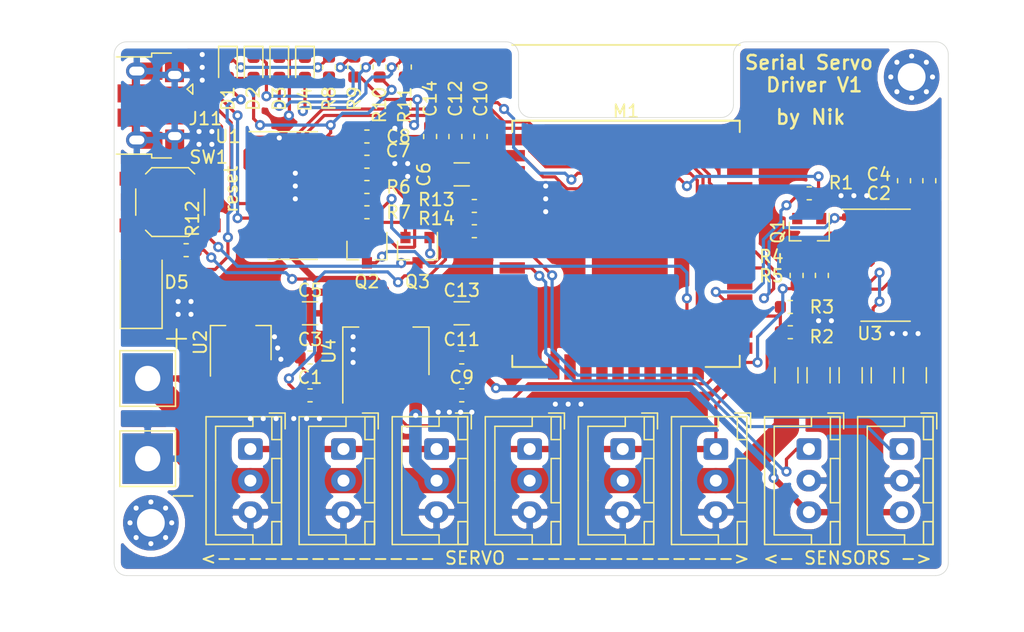
<source format=kicad_pcb>
(kicad_pcb (version 20171130) (host pcbnew 5.1.5)
  (layers (0 F.Cu signal) (31 B.Cu signal) (34 B.Paste user) (35 F.Paste user) (36 B.SilkS user) (37 F.SilkS user) (38 B.Mask user) (39 F.Mask user) (44 Edge.Cuts user))
  (net 0 "")
  (net 1 GND)
  (net 2 +5V)
  (net 3 EN)
  (net 4 +3V3)
  (net 5 VBUS)
  (net 6 "Net-(D1-Pad1)")
  (net 7 "Net-(D2-Pad1)")
  (net 8 "Net-(D3-Pad2)")
  (net 9 "Net-(D4-Pad2)")
  (net 10 S_SERIAL)
  (net 11 USB_RX)
  (net 12 USB_TX)
  (net 13 S_RX_ENB)
  (net 14 S_TX_ENB)
  (net 15 S_TX)
  (net 16 S_RX)
  (net 17 IO4)
  (net 18 IO0)
  (net 19 BAT_M)
  (net 20 "Net-(Q1-Pad3)")
  (net 21 "Net-(Q2-Pad2)")
  (net 22 "Net-(Q2-Pad1)")
  (net 23 "Net-(Q3-Pad2)")
  (net 24 "Net-(Q3-Pad1)")
  (net 25 "Net-(R3-Pad1)")
  (net 26 D-)
  (net 27 D+)
  (net 28 "Net-(D5-Pad2)")
  (net 29 SENS_1)
  (net 30 SENS_2)
  (module Package_TO_SOT_SMD:SOT-223-3_TabPin2 (layer F.Cu) (at 139.5 87.5 90)
    (fp_text reference U4 (at 0 -4.5 90) (layer F.SilkS))
    (fp_text value AMS1117-3.3)
    (pad 1 smd rect (at -3.15 -2.3 90) (size 2 1.5) (layers F.Cu F.Paste F.Mask) (net 1 GND))
    (pad 3 smd rect (at -3.15 2.3 90) (size 2 1.5) (layers F.Cu F.Paste F.Mask) (net 5 VBUS))
    (pad 2 smd rect (at -3.15 0 90) (size 2 1.5) (layers F.Cu F.Paste F.Mask) (net 4 +3V3))
    (pad 2 smd rect (at 3.15 0 90) (size 2 3.8) (layers F.Cu F.Paste F.Mask) (net 4 +3V3))
  )
  (module Package_TO_SOT_SMD:SOT-89-3 (layer F.Cu) (at 128.016 87.249 90)
    (fp_text reference U2 (at 0.45 -3.2 90) (layer F.SilkS))
    (fp_text value L78L05_SOT89)
    (pad 2 smd trapezoid (at -0.0762 0 180) (size 1.5 1) (rect_delta 0 0.7) (layers F.Cu F.Paste F.Mask) (net 1 GND))
    (pad 2 smd rect (at 1.3335 0) (size 2.2 1.84) (layers F.Cu F.Paste F.Mask) (net 1 GND))
    (pad 3 smd rect (at -1.48 1.5) (size 1 1.5) (layers F.Cu F.Paste F.Mask) (net 5 VBUS))
    (pad 2 smd rect (at -1.3335 0) (size 1 1.8) (layers F.Cu F.Paste F.Mask) (net 1 GND))
    (pad 1 smd rect (at -1.48 -1.5) (size 1 1.5) (layers F.Cu F.Paste F.Mask) (net 2 +5V))
    (pad 2 smd trapezoid (at 2.667 0) (size 1.6 0.85) (rect_delta 0 0.6) (layers F.Cu F.Paste F.Mask) (net 1 GND))
  )
  (module Connector_JST:JST_XH_B3B-XH-A_1x03_P2.50mm_Vertical (layer F.Cu) (at 172.974 95.25 270)
    (fp_text reference J10 hide)
    (fp_text value 01x03)
    (pad 3 thru_hole oval (at 5 0 270) (size 1.7 1.95) (drill 0.95) (layers *.Cu *.Mask) (net 4 +3V3))
    (pad 2 thru_hole oval (at 2.5 0 270) (size 1.7 1.95) (drill 0.95) (layers *.Cu *.Mask) (net 1 GND))
    (pad 1 thru_hole roundrect (at 0 0 270) (size 1.7 1.95) (drill 0.95) (layers *.Cu *.Mask) (roundrect_rratio 0.147059) (net 30 SENS_2))
  )
  (module MountingHole:MountingHole_2.2mm_M2_Pad_Via (layer F.Cu) (at 120.904 101.092)
    (fp_text reference MK2 hide)
    (fp_text value Mounting_Hole)
    (pad 1 thru_hole circle (at 1.166726 -1.166726) (size 0.7 0.7) (drill 0.4) (layers *.Cu *.Mask))
    (pad 1 thru_hole circle (at 0 -1.65) (size 0.7 0.7) (drill 0.4) (layers *.Cu *.Mask))
    (pad 1 thru_hole circle (at -1.166726 -1.166726) (size 0.7 0.7) (drill 0.4) (layers *.Cu *.Mask))
    (pad 1 thru_hole circle (at -1.65 0) (size 0.7 0.7) (drill 0.4) (layers *.Cu *.Mask))
    (pad 1 thru_hole circle (at -1.166726 1.166726) (size 0.7 0.7) (drill 0.4) (layers *.Cu *.Mask))
    (pad 1 thru_hole circle (at 0 1.65) (size 0.7 0.7) (drill 0.4) (layers *.Cu *.Mask))
    (pad 1 thru_hole circle (at 1.166726 1.166726) (size 0.7 0.7) (drill 0.4) (layers *.Cu *.Mask))
    (pad 1 thru_hole circle (at 1.65 0) (size 0.7 0.7) (drill 0.4) (layers *.Cu *.Mask))
    (pad 1 thru_hole circle (at 0 0) (size 4.4 4.4) (drill 2.2) (layers *.Cu *.Mask))
  )
  (module MountingHole:MountingHole_2.2mm_M2_Pad_Via (layer F.Cu) (at 181.102 65.786)
    (fp_text reference MK1 hide)
    (fp_text value Mounting_Hole)
    (pad 1 thru_hole circle (at 1.166726 -1.166726) (size 0.7 0.7) (drill 0.4) (layers *.Cu *.Mask))
    (pad 1 thru_hole circle (at 0 -1.65) (size 0.7 0.7) (drill 0.4) (layers *.Cu *.Mask))
    (pad 1 thru_hole circle (at -1.166726 -1.166726) (size 0.7 0.7) (drill 0.4) (layers *.Cu *.Mask))
    (pad 1 thru_hole circle (at -1.65 0) (size 0.7 0.7) (drill 0.4) (layers *.Cu *.Mask))
    (pad 1 thru_hole circle (at -1.166726 1.166726) (size 0.7 0.7) (drill 0.4) (layers *.Cu *.Mask))
    (pad 1 thru_hole circle (at 0 1.65) (size 0.7 0.7) (drill 0.4) (layers *.Cu *.Mask))
    (pad 1 thru_hole circle (at 1.166726 1.166726) (size 0.7 0.7) (drill 0.4) (layers *.Cu *.Mask))
    (pad 1 thru_hole circle (at 1.65 0) (size 0.7 0.7) (drill 0.4) (layers *.Cu *.Mask))
    (pad 1 thru_hole circle (at 0 0) (size 4.4 4.4) (drill 2.2) (layers *.Cu *.Mask))
  )
  (module Diode_SMD:D_SMA (layer F.Cu) (at 120.142 82.296 90)
    (fp_text reference D5 (at 0.254 2.794 180) (layer F.SilkS))
    (fp_text value 1N5819)
    (pad 2 smd rect (at 2 0 90) (size 2.5 1.8) (layers F.Cu F.Paste F.Mask) (net 28 "Net-(D5-Pad2)"))
    (pad 1 smd rect (at -2 0 90) (size 2.5 1.8) (layers F.Cu F.Paste F.Mask) (net 2 +5V))
  )
  (module Connector_USB:USB_Micro-B_Amphenol_10103594-0001LF_Horizontal (layer F.Cu) (at 120.904 68.072 270)
    (fp_text reference J11 (at 1.016 -4.318 180) (layer F.SilkS))
    (fp_text value USB_B_Mini)
    (pad 6 smd rect (at 0.935 1.385) (size 2.5 1.43) (layers F.Cu F.Paste F.Mask) (net 1 GND))
    (pad 6 smd rect (at -0.985 1.385) (size 2.5 1.43) (layers F.Cu F.Paste F.Mask) (net 1 GND))
    (pad 6 thru_hole oval (at 2.705 1.115) (size 1.7 1.35) (drill oval 1.2 0.7) (layers *.Cu *.Mask) (net 1 GND))
    (pad 6 thru_hole oval (at -2.755 1.115) (size 1.7 1.35) (drill oval 1.2 0.7) (layers *.Cu *.Mask) (net 1 GND))
    (pad 6 thru_hole oval (at 2.395 -1.885) (size 1.5 1.1) (drill oval 1.05 0.65) (layers *.Cu *.Mask) (net 1 GND))
    (pad 6 thru_hole oval (at -2.445 -1.885) (size 1.5 1.1) (drill oval 1.05 0.65) (layers *.Cu *.Mask) (net 1 GND))
    (pad 5 smd rect (at 1.275 -1.765) (size 1.65 0.4) (layers F.Cu F.Paste F.Mask) (net 1 GND))
    (pad 4 smd rect (at 0.625 -1.765) (size 1.65 0.4) (layers F.Cu F.Paste F.Mask))
    (pad 3 smd rect (at -0.025 -1.765) (size 1.65 0.4) (layers F.Cu F.Paste F.Mask) (net 27 D+))
    (pad 2 smd rect (at -0.675 -1.765) (size 1.65 0.4) (layers F.Cu F.Paste F.Mask) (net 26 D-))
    (pad 1 smd rect (at -1.325 -1.765) (size 1.65 0.4) (layers F.Cu F.Paste F.Mask) (net 28 "Net-(D5-Pad2)"))
    (pad 6 smd rect (at 2.875 -1.885 270) (size 2 1.5) (layers F.Cu F.Paste F.Mask) (net 1 GND))
    (pad 6 smd rect (at -2.875 -1.865 270) (size 2 1.5) (layers F.Cu F.Paste F.Mask) (net 1 GND))
    (pad 6 smd rect (at 2.975 -0.565 270) (size 1.825 0.7) (layers F.Cu F.Paste F.Mask) (net 1 GND))
    (pad 6 smd rect (at -2.975 -0.565 270) (size 1.825 0.7) (layers F.Cu F.Paste F.Mask) (net 1 GND))
    (pad 6 smd rect (at -2.755 0.185 270) (size 1.35 2) (layers F.Cu F.Paste F.Mask) (net 1 GND))
    (pad 6 smd rect (at 2.725 0.185 270) (size 1.35 2) (layers F.Cu F.Paste F.Mask) (net 1 GND))
  )
  (module Package_SO:SOIC-14_3.9x8.7mm_P1.27mm (layer F.Cu) (at 179.038 80.692)
    (fp_text reference U3 (at -1.238 5.414) (layer F.SilkS))
    (fp_text value 74LS125)
    (pad 14 smd roundrect (at 2.475 -3.81) (size 1.95 0.6) (layers F.Cu F.Paste F.Mask) (net 2 +5V))
    (pad 13 smd roundrect (at 2.475 -2.54) (size 1.95 0.6) (layers F.Cu F.Paste F.Mask))
    (pad 12 smd roundrect (at 2.475 -1.27) (size 1.95 0.6) (layers F.Cu F.Paste F.Mask))
    (pad 11 smd roundrect (at 2.475 0) (size 1.95 0.6) (layers F.Cu F.Paste F.Mask))
    (pad 10 smd roundrect (at 2.475 1.27) (size 1.95 0.6) (layers F.Cu F.Paste F.Mask))
    (pad 9 smd roundrect (at 2.475 2.54) (size 1.95 0.6) (layers F.Cu F.Paste F.Mask))
    (pad 8 smd roundrect (at 2.475 3.81) (size 1.95 0.6) (layers F.Cu F.Paste F.Mask))
    (pad 7 smd roundrect (at -2.475 3.81) (size 1.95 0.6) (layers F.Cu F.Paste F.Mask) (net 1 GND))
    (pad 6 smd roundrect (at -2.475 2.54) (size 1.95 0.6) (layers F.Cu F.Paste F.Mask) (net 25 "Net-(R3-Pad1)"))
    (pad 5 smd roundrect (at -2.475 1.27) (size 1.95 0.6) (layers F.Cu F.Paste F.Mask) (net 10 S_SERIAL))
    (pad 4 smd roundrect (at -2.475 0) (size 1.95 0.6) (layers F.Cu F.Paste F.Mask) (net 13 S_RX_ENB))
    (pad 3 smd roundrect (at -2.475 -1.27) (size 1.95 0.6) (layers F.Cu F.Paste F.Mask) (net 10 S_SERIAL))
    (pad 2 smd roundrect (at -2.475 -2.54) (size 1.95 0.6) (layers F.Cu F.Paste F.Mask) (net 20 "Net-(Q1-Pad3)"))
    (pad 1 smd roundrect (at -2.475 -3.81) (size 1.95 0.6) (layers F.Cu F.Paste F.Mask) (net 14 S_TX_ENB))
  )
  (module Package_SO:SOIC-16_3.9x9.9mm_P1.27mm (layer F.Cu) (at 132.128 75.176)
    (fp_text reference U1 (at -5.128 -4.676) (layer F.SilkS))
    (fp_text value CH340G)
    (pad 16 smd roundrect (at 2.475 -4.445) (size 1.95 0.6) (layers F.Cu F.Paste F.Mask) (net 4 +3V3))
    (pad 15 smd roundrect (at 2.475 -3.175) (size 1.95 0.6) (layers F.Cu F.Paste F.Mask))
    (pad 14 smd roundrect (at 2.475 -1.905) (size 1.95 0.6) (layers F.Cu F.Paste F.Mask) (net 23 "Net-(Q3-Pad2)"))
    (pad 13 smd roundrect (at 2.475 -0.635) (size 1.95 0.6) (layers F.Cu F.Paste F.Mask) (net 21 "Net-(Q2-Pad2)"))
    (pad 12 smd roundrect (at 2.475 0.635) (size 1.95 0.6) (layers F.Cu F.Paste F.Mask))
    (pad 11 smd roundrect (at 2.475 1.905) (size 1.95 0.6) (layers F.Cu F.Paste F.Mask))
    (pad 10 smd roundrect (at 2.475 3.175) (size 1.95 0.6) (layers F.Cu F.Paste F.Mask))
    (pad 9 smd roundrect (at 2.475 4.445) (size 1.95 0.6) (layers F.Cu F.Paste F.Mask))
    (pad 8 smd roundrect (at -2.475 4.445) (size 1.95 0.6) (layers F.Cu F.Paste F.Mask))
    (pad 7 smd roundrect (at -2.475 3.175) (size 1.95 0.6) (layers F.Cu F.Paste F.Mask))
    (pad 6 smd roundrect (at -2.475 1.905) (size 1.95 0.6) (layers F.Cu F.Paste F.Mask) (net 26 D-))
    (pad 5 smd roundrect (at -2.475 0.635) (size 1.95 0.6) (layers F.Cu F.Paste F.Mask) (net 27 D+))
    (pad 4 smd roundrect (at -2.475 -0.635) (size 1.95 0.6) (layers F.Cu F.Paste F.Mask) (net 4 +3V3))
    (pad 3 smd roundrect (at -2.475 -1.905) (size 1.95 0.6) (layers F.Cu F.Paste F.Mask) (net 11 USB_RX))
    (pad 2 smd roundrect (at -2.475 -3.175) (size 1.95 0.6) (layers F.Cu F.Paste F.Mask) (net 12 USB_TX))
    (pad 1 smd roundrect (at -2.475 -4.445) (size 1.95 0.6) (layers F.Cu F.Paste F.Mask) (net 1 GND))
  )
  (module Button_Switch_SMD:SW_SPST_SKQG_WithoutStem (layer F.Cu) (at 122.428 75.692)
    (fp_text reference SW1 (at 3.048 -3.556) (layer F.SilkS))
    (fp_text value SW_Push)
    (pad 2 smd rect (at 3.1 1.85) (size 1.8 1.1) (layers F.Cu F.Paste F.Mask) (net 3 EN))
    (pad 2 smd rect (at -3.1 1.85) (size 1.8 1.1) (layers F.Cu F.Paste F.Mask) (net 3 EN))
    (pad 1 smd rect (at 3.1 -1.85) (size 1.8 1.1) (layers F.Cu F.Paste F.Mask) (net 1 GND))
    (pad 1 smd rect (at -3.1 -1.85) (size 1.8 1.1) (layers F.Cu F.Paste F.Mask) (net 1 GND))
  )
  (module Resistor_SMD:R_0603_1608Metric (layer F.Cu) (at 146.5 78 180)
    (fp_text reference R14 (at 3 1) (layer F.SilkS))
    (fp_text value 1k)
    (pad 2 smd roundrect (at 0.7875 0 180) (size 0.875 0.95) (layers F.Cu F.Paste F.Mask) (net 1 GND))
    (pad 1 smd roundrect (at -0.7875 0 180) (size 0.875 0.95) (layers F.Cu F.Paste F.Mask) (net 19 BAT_M))
  )
  (module Resistor_SMD:R_0603_1608Metric (layer F.Cu) (at 146.5 76)
    (fp_text reference R13 (at -3 -0.5) (layer F.SilkS))
    (fp_text value 10k)
    (pad 2 smd roundrect (at 0.7875 0) (size 0.875 0.95) (layers F.Cu F.Paste F.Mask) (net 19 BAT_M))
    (pad 1 smd roundrect (at -0.7875 0) (size 0.875 0.95) (layers F.Cu F.Paste F.Mask) (net 5 VBUS))
  )
  (module Resistor_SMD:R_0603_1608Metric (layer F.Cu) (at 123.698 79.502 180)
    (fp_text reference R12 (at -0.5 2.5 270) (layer F.SilkS))
    (fp_text value 10k)
    (pad 2 smd roundrect (at 0.7875 0 180) (size 0.875 0.95) (layers F.Cu F.Paste F.Mask) (net 3 EN))
    (pad 1 smd roundrect (at -0.7875 0 180) (size 0.875 0.95) (layers F.Cu F.Paste F.Mask) (net 4 +3V3))
  )
  (module Resistor_SMD:R_0603_1608Metric (layer F.Cu) (at 141 65 90)
    (fp_text reference R11 (at -3 0 90) (layer F.SilkS))
    (fp_text value 1k)
    (pad 2 smd roundrect (at 0.7875 0 90) (size 0.875 0.95) (layers F.Cu F.Paste F.Mask) (net 9 "Net-(D4-Pad2)"))
    (pad 1 smd roundrect (at -0.7875 0 90) (size 0.875 0.95) (layers F.Cu F.Paste F.Mask) (net 17 IO4))
  )
  (module Resistor_SMD:R_0603_1608Metric (layer F.Cu) (at 139 65 90)
    (fp_text reference R10 (at -3 0 90) (layer F.SilkS))
    (fp_text value 1.5k)
    (pad 2 smd roundrect (at 0.7875 0 90) (size 0.875 0.95) (layers F.Cu F.Paste F.Mask) (net 8 "Net-(D3-Pad2)"))
    (pad 1 smd roundrect (at -0.7875 0 90) (size 0.875 0.95) (layers F.Cu F.Paste F.Mask) (net 4 +3V3))
  )
  (module Resistor_SMD:R_0603_1608Metric (layer F.Cu) (at 137 65 90)
    (fp_text reference R9 (at -2.5 0 90) (layer F.SilkS))
    (fp_text value 1k)
    (pad 2 smd roundrect (at 0.7875 0 90) (size 0.875 0.95) (layers F.Cu F.Paste F.Mask) (net 7 "Net-(D2-Pad1)"))
    (pad 1 smd roundrect (at -0.7875 0 90) (size 0.875 0.95) (layers F.Cu F.Paste F.Mask) (net 12 USB_TX))
  )
  (module Resistor_SMD:R_0603_1608Metric (layer F.Cu) (at 135 65 90)
    (fp_text reference R8 (at -2.5 0 90) (layer F.SilkS))
    (fp_text value 1k)
    (pad 2 smd roundrect (at 0.7875 0 90) (size 0.875 0.95) (layers F.Cu F.Paste F.Mask) (net 6 "Net-(D1-Pad1)"))
    (pad 1 smd roundrect (at -0.7875 0 90) (size 0.875 0.95) (layers F.Cu F.Paste F.Mask) (net 11 USB_RX))
  )
  (module Resistor_SMD:R_0603_1608Metric (layer F.Cu) (at 138 76.5 180)
    (fp_text reference R7 (at -2.5 0) (layer F.SilkS))
    (fp_text value 12k)
    (pad 2 smd roundrect (at 0.7875 0 180) (size 0.875 0.95) (layers F.Cu F.Paste F.Mask) (net 21 "Net-(Q2-Pad2)"))
    (pad 1 smd roundrect (at -0.7875 0 180) (size 0.875 0.95) (layers F.Cu F.Paste F.Mask) (net 24 "Net-(Q3-Pad1)"))
  )
  (module Resistor_SMD:R_0603_1608Metric (layer F.Cu) (at 138 74.5 180)
    (fp_text reference R6 (at -2.5 0) (layer F.SilkS))
    (fp_text value 12k)
    (pad 2 smd roundrect (at 0.7875 0 180) (size 0.875 0.95) (layers F.Cu F.Paste F.Mask) (net 23 "Net-(Q3-Pad2)"))
    (pad 1 smd roundrect (at -0.7875 0 180) (size 0.875 0.95) (layers F.Cu F.Paste F.Mask) (net 22 "Net-(Q2-Pad1)"))
  )
  (module Resistor_SMD:R_0603_1608Metric (layer F.Cu) (at 174 81.5 90)
    (fp_text reference R5 (at -0.034 -4 180) (layer F.SilkS))
    (fp_text value 10k)
    (pad 2 smd roundrect (at 0.7875 0 90) (size 0.875 0.95) (layers F.Cu F.Paste F.Mask) (net 10 S_SERIAL))
    (pad 1 smd roundrect (at -0.7875 0 90) (size 0.875 0.95) (layers F.Cu F.Paste F.Mask) (net 2 +5V))
  )
  (module Resistor_SMD:R_0603_1608Metric (layer F.Cu) (at 172 81.5 90)
    (fp_text reference R4 (at 1.49 -2 180) (layer F.SilkS))
    (fp_text value 1k)
    (pad 2 smd roundrect (at 0.7875 0 90) (size 0.875 0.95) (layers F.Cu F.Paste F.Mask) (net 20 "Net-(Q1-Pad3)"))
    (pad 1 smd roundrect (at -0.7875 0 90) (size 0.875 0.95) (layers F.Cu F.Paste F.Mask) (net 2 +5V))
  )
  (module Resistor_SMD:R_0603_1608Metric (layer F.Cu) (at 171.5 84 180)
    (fp_text reference R3 (at -2.5 0) (layer F.SilkS))
    (fp_text value 1k)
    (pad 2 smd roundrect (at 0.7875 0 180) (size 0.875 0.95) (layers F.Cu F.Paste F.Mask) (net 16 S_RX))
    (pad 1 smd roundrect (at -0.7875 0 180) (size 0.875 0.95) (layers F.Cu F.Paste F.Mask) (net 25 "Net-(R3-Pad1)"))
  )
  (module Resistor_SMD:R_0603_1608Metric (layer F.Cu) (at 171.5 86)
    (fp_text reference R2 (at 2.49 0.36) (layer F.SilkS))
    (fp_text value 2k)
    (pad 2 smd roundrect (at 0.7875 0) (size 0.875 0.95) (layers F.Cu F.Paste F.Mask) (net 1 GND))
    (pad 1 smd roundrect (at -0.7875 0) (size 0.875 0.95) (layers F.Cu F.Paste F.Mask) (net 16 S_RX))
  )
  (module Resistor_SMD:R_0603_1608Metric (layer F.Cu) (at 173 75 180)
    (fp_text reference R1 (at -2.514 0.832) (layer F.SilkS))
    (fp_text value 10k)
    (pad 2 smd roundrect (at 0.7875 0 180) (size 0.875 0.95) (layers F.Cu F.Paste F.Mask) (net 15 S_TX))
    (pad 1 smd roundrect (at -0.7875 0 180) (size 0.875 0.95) (layers F.Cu F.Paste F.Mask) (net 4 +3V3))
  )
  (module Package_TO_SOT_SMD:SOT-23 (layer F.Cu) (at 142 79.5 270)
    (fp_text reference Q3 (at 2.5 0 180) (layer F.SilkS))
    (fp_text value 2N7002)
    (pad 3 smd rect (at 1 0 270) (size 0.9 0.8) (layers F.Cu F.Paste F.Mask) (net 3 EN))
    (pad 2 smd rect (at -1 0.95 270) (size 0.9 0.8) (layers F.Cu F.Paste F.Mask) (net 23 "Net-(Q3-Pad2)"))
    (pad 1 smd rect (at -1 -0.95 270) (size 0.9 0.8) (layers F.Cu F.Paste F.Mask) (net 24 "Net-(Q3-Pad1)"))
  )
  (module Package_TO_SOT_SMD:SOT-23 (layer F.Cu) (at 138 79.5 270)
    (fp_text reference Q2 (at 2.5 0 180) (layer F.SilkS))
    (fp_text value 2N7002)
    (pad 3 smd rect (at 1 0 270) (size 0.9 0.8) (layers F.Cu F.Paste F.Mask) (net 18 IO0))
    (pad 2 smd rect (at -1 0.95 270) (size 0.9 0.8) (layers F.Cu F.Paste F.Mask) (net 21 "Net-(Q2-Pad2)"))
    (pad 1 smd rect (at -1 -0.95 270) (size 0.9 0.8) (layers F.Cu F.Paste F.Mask) (net 22 "Net-(Q2-Pad1)"))
  )
  (module Package_TO_SOT_SMD:SOT-23 (layer F.Cu) (at 173 78 270)
    (fp_text reference Q1 (at 0 2.5 270) (layer F.SilkS))
    (fp_text value 2N7002)
    (pad 3 smd rect (at 1 0 270) (size 0.9 0.8) (layers F.Cu F.Paste F.Mask) (net 20 "Net-(Q1-Pad3)"))
    (pad 2 smd rect (at -1 0.95 270) (size 0.9 0.8) (layers F.Cu F.Paste F.Mask) (net 15 S_TX))
    (pad 1 smd rect (at -1 -0.95 270) (size 0.9 0.8) (layers F.Cu F.Paste F.Mask) (net 4 +3V3))
  )
  (module Z_ESP32:ESP-32S (layer F.Cu) (at 158.5 76)
    (fp_text reference M1 (at 0 -7.5) (layer F.SilkS))
    (fp_text value ESP-32S)
    (pad 1 smd rect (at 0.3 2.45 90) (size 6 6) (layers F.Cu F.Paste F.Mask) (net 1 GND))
    (pad 24 smd rect (at 5.715 12.75 90) (size 2 0.9) (layers F.Cu F.Paste F.Mask))
    (pad 23 smd rect (at 4.445 12.75 90) (size 2 0.9) (layers F.Cu F.Paste F.Mask))
    (pad 22 smd rect (at 3.175 12.75 90) (size 2 0.9) (layers F.Cu F.Paste F.Mask))
    (pad 21 smd rect (at 1.905 12.75 90) (size 2 0.9) (layers F.Cu F.Paste F.Mask))
    (pad 20 smd rect (at 0.635 12.75 90) (size 2 0.9) (layers F.Cu F.Paste F.Mask))
    (pad 19 smd rect (at -0.635 12.75 90) (size 2 0.9) (layers F.Cu F.Paste F.Mask))
    (pad 18 smd rect (at -1.905 12.75 90) (size 2 0.9) (layers F.Cu F.Paste F.Mask))
    (pad 17 smd rect (at -3.175 12.75 90) (size 2 0.9) (layers F.Cu F.Paste F.Mask))
    (pad 16 smd rect (at -4.43 12.75 90) (size 2 0.9) (layers F.Cu F.Paste F.Mask))
    (pad 15 smd rect (at -5.715 12.75 90) (size 2 0.9) (layers F.Cu F.Paste F.Mask) (net 1 GND))
    (pad 37 smd rect (at 9 -3.98) (size 2 0.9) (layers F.Cu F.Paste F.Mask))
    (pad 36 smd rect (at 9 -2.71) (size 2 0.9) (layers F.Cu F.Paste F.Mask))
    (pad 35 smd rect (at 9 -1.44) (size 2 0.9) (layers F.Cu F.Paste F.Mask) (net 11 USB_RX))
    (pad 34 smd rect (at 9 -0.17) (size 2 0.9) (layers F.Cu F.Paste F.Mask) (net 12 USB_TX))
    (pad 33 smd rect (at 9 1.1) (size 2 0.9) (layers F.Cu F.Paste F.Mask))
    (pad 32 smd rect (at 9 2.37) (size 2 0.9) (layers F.Cu F.Paste F.Mask))
    (pad 31 smd rect (at 9 3.64) (size 2 0.9) (layers F.Cu F.Paste F.Mask) (net 13 S_RX_ENB))
    (pad 30 smd rect (at 9 4.91) (size 2 0.9) (layers F.Cu F.Paste F.Mask) (net 14 S_TX_ENB))
    (pad 29 smd rect (at 9 6.18) (size 2 0.9) (layers F.Cu F.Paste F.Mask))
    (pad 28 smd rect (at 9 7.45) (size 2 0.9) (layers F.Cu F.Paste F.Mask) (net 15 S_TX))
    (pad 27 smd rect (at 9 8.72) (size 2 0.9) (layers F.Cu F.Paste F.Mask) (net 16 S_RX))
    (pad 26 smd rect (at 9 9.99) (size 2 0.9) (layers F.Cu F.Paste F.Mask) (net 17 IO4))
    (pad 25 smd rect (at 9 11.26) (size 2 0.9) (layers F.Cu F.Paste F.Mask) (net 18 IO0))
    (pad 38 smd rect (at 9 -5.25) (size 2 0.9) (layers F.Cu F.Paste F.Mask) (net 1 GND))
    (pad 14 smd rect (at -9 11.26) (size 2 0.9) (layers F.Cu F.Paste F.Mask))
    (pad 13 smd rect (at -9 9.99) (size 2 0.9) (layers F.Cu F.Paste F.Mask))
    (pad 12 smd rect (at -9 8.72) (size 2 0.9) (layers F.Cu F.Paste F.Mask))
    (pad 11 smd rect (at -9 7.45) (size 2 0.9) (layers F.Cu F.Paste F.Mask))
    (pad 10 smd rect (at -9 6.18) (size 2 0.9) (layers F.Cu F.Paste F.Mask))
    (pad 9 smd rect (at -9 4.91) (size 2 0.9) (layers F.Cu F.Paste F.Mask) (net 30 SENS_2))
    (pad 8 smd rect (at -9 3.64) (size 2 0.9) (layers F.Cu F.Paste F.Mask) (net 29 SENS_1))
    (pad 7 smd rect (at -9 2.37) (size 2 0.9) (layers F.Cu F.Paste F.Mask) (net 19 BAT_M))
    (pad 6 smd rect (at -9 1.1) (size 2 0.9) (layers F.Cu F.Paste F.Mask))
    (pad 5 smd rect (at -9 -0.17) (size 2 0.9) (layers F.Cu F.Paste F.Mask))
    (pad 4 smd rect (at -9 -1.44) (size 2 0.9) (layers F.Cu F.Paste F.Mask))
    (pad 3 smd rect (at -9 -2.71) (size 2 0.9) (layers F.Cu F.Paste F.Mask) (net 3 EN))
    (pad 2 smd rect (at -9 -3.98) (size 2 0.9) (layers F.Cu F.Paste F.Mask) (net 4 +3V3))
    (pad 1 smd rect (at -9 -5.25) (size 2 0.9) (layers F.Cu F.Paste F.Mask) (net 1 GND))
  )
  (module Connector_JST:JST_XH_B3B-XH-A_1x03_P2.50mm_Vertical (layer F.Cu) (at 165.608 95.25 270)
    (fp_text reference J9 hide)
    (fp_text value 01x03)
    (pad 3 thru_hole oval (at 5 0 270) (size 1.7 1.95) (drill 0.95) (layers *.Cu *.Mask) (net 1 GND))
    (pad 2 thru_hole oval (at 2.5 0 270) (size 1.7 1.95) (drill 0.95) (layers *.Cu *.Mask) (net 5 VBUS))
    (pad 1 thru_hole roundrect (at 0 0 270) (size 1.7 1.95) (drill 0.95) (layers *.Cu *.Mask) (roundrect_rratio 0.147059) (net 10 S_SERIAL))
  )
  (module Connector_JST:JST_XH_B3B-XH-A_1x03_P2.50mm_Vertical (layer F.Cu) (at 128.778 95.25 270)
    (fp_text reference J8 hide)
    (fp_text value 01x03)
    (pad 3 thru_hole oval (at 5 0 270) (size 1.7 1.95) (drill 0.95) (layers *.Cu *.Mask) (net 1 GND))
    (pad 2 thru_hole oval (at 2.5 0 270) (size 1.7 1.95) (drill 0.95) (layers *.Cu *.Mask) (net 5 VBUS))
    (pad 1 thru_hole roundrect (at 0 0 270) (size 1.7 1.95) (drill 0.95) (layers *.Cu *.Mask) (roundrect_rratio 0.147059) (net 10 S_SERIAL))
  )
  (module Connector_JST:JST_XH_B3B-XH-A_1x03_P2.50mm_Vertical (layer F.Cu) (at 143.51 95.25 270)
    (fp_text reference J7 hide)
    (fp_text value 01x03)
    (pad 3 thru_hole oval (at 5 0 270) (size 1.7 1.95) (drill 0.95) (layers *.Cu *.Mask) (net 1 GND))
    (pad 2 thru_hole oval (at 2.5 0 270) (size 1.7 1.95) (drill 0.95) (layers *.Cu *.Mask) (net 5 VBUS))
    (pad 1 thru_hole roundrect (at 0 0 270) (size 1.7 1.95) (drill 0.95) (layers *.Cu *.Mask) (roundrect_rratio 0.147059) (net 10 S_SERIAL))
  )
  (module Connector_JST:JST_XH_B3B-XH-A_1x03_P2.50mm_Vertical (layer F.Cu) (at 136.144 95.25 270)
    (fp_text reference J6 hide)
    (fp_text value 01x03)
    (pad 3 thru_hole oval (at 5 0 270) (size 1.7 1.95) (drill 0.95) (layers *.Cu *.Mask) (net 1 GND))
    (pad 2 thru_hole oval (at 2.5 0 270) (size 1.7 1.95) (drill 0.95) (layers *.Cu *.Mask) (net 5 VBUS))
    (pad 1 thru_hole roundrect (at 0 0 270) (size 1.7 1.95) (drill 0.95) (layers *.Cu *.Mask) (roundrect_rratio 0.147059) (net 10 S_SERIAL))
  )
  (module Connector_JST:JST_XH_B3B-XH-A_1x03_P2.50mm_Vertical (layer F.Cu) (at 158.242 95.25 270)
    (fp_text reference J5 hide)
    (fp_text value 01x03)
    (pad 3 thru_hole oval (at 5 0 270) (size 1.7 1.95) (drill 0.95) (layers *.Cu *.Mask) (net 1 GND))
    (pad 2 thru_hole oval (at 2.5 0 270) (size 1.7 1.95) (drill 0.95) (layers *.Cu *.Mask) (net 5 VBUS))
    (pad 1 thru_hole roundrect (at 0 0 270) (size 1.7 1.95) (drill 0.95) (layers *.Cu *.Mask) (roundrect_rratio 0.147059) (net 10 S_SERIAL))
  )
  (module Connector_JST:JST_XH_B3B-XH-A_1x03_P2.50mm_Vertical (layer F.Cu) (at 180.34 95.25 270)
    (fp_text reference J4 hide)
    (fp_text value 01x03)
    (pad 3 thru_hole oval (at 5 0 270) (size 1.7 1.95) (drill 0.95) (layers *.Cu *.Mask) (net 4 +3V3))
    (pad 2 thru_hole oval (at 2.5 0 270) (size 1.7 1.95) (drill 0.95) (layers *.Cu *.Mask) (net 1 GND))
    (pad 1 thru_hole roundrect (at 0 0 270) (size 1.7 1.95) (drill 0.95) (layers *.Cu *.Mask) (roundrect_rratio 0.147059) (net 29 SENS_1))
  )
  (module Connector_JST:JST_XH_B3B-XH-A_1x03_P2.50mm_Vertical (layer F.Cu) (at 150.876 95.25 270)
    (fp_text reference J3 hide)
    (fp_text value 01x03)
    (pad 3 thru_hole oval (at 5 0 270) (size 1.7 1.95) (drill 0.95) (layers *.Cu *.Mask) (net 1 GND))
    (pad 2 thru_hole oval (at 2.5 0 270) (size 1.7 1.95) (drill 0.95) (layers *.Cu *.Mask) (net 5 VBUS))
    (pad 1 thru_hole roundrect (at 0 0 270) (size 1.7 1.95) (drill 0.95) (layers *.Cu *.Mask) (roundrect_rratio 0.147059) (net 10 S_SERIAL))
  )
  (module TestPoint:TestPoint_THTPad_4.0x4.0mm_Drill2.0mm (layer F.Cu) (at 120.65 96.012)
    (fp_text reference J2 hide)
    (fp_text value Conn_01x01_Male)
    (pad 1 thru_hole rect (at 0 0) (size 4 4) (drill 2) (layers *.Cu *.Mask) (net 1 GND))
  )
  (module TestPoint:TestPoint_THTPad_4.0x4.0mm_Drill2.0mm (layer F.Cu) (at 120.65 89.662)
    (fp_text reference J1 hide)
    (fp_text value Conn_01x01_Male)
    (pad 1 thru_hole rect (at 0 0) (size 4 4) (drill 2) (layers *.Cu *.Mask) (net 5 VBUS))
  )
  (module LED_SMD:LED_0603_1608Metric_Pad1.05x0.95mm_HandSolder (layer F.Cu) (at 133.096 65.024 270)
    (fp_text reference D4 (at 2.54 0 90) (layer F.SilkS))
    (fp_text value LED)
    (pad 2 smd roundrect (at 0.875 0 270) (size 1.05 0.95) (layers F.Cu F.Paste F.Mask) (net 9 "Net-(D4-Pad2)"))
    (pad 1 smd roundrect (at -0.875 0 270) (size 1.05 0.95) (layers F.Cu F.Paste F.Mask) (net 1 GND))
  )
  (module LED_SMD:LED_0603_1608Metric_Pad1.05x0.95mm_HandSolder (layer F.Cu) (at 131.064 65.024 270)
    (fp_text reference D3 (at 2.476 0 90) (layer F.SilkS))
    (fp_text value LED)
    (pad 2 smd roundrect (at 0.875 0 270) (size 1.05 0.95) (layers F.Cu F.Paste F.Mask) (net 8 "Net-(D3-Pad2)"))
    (pad 1 smd roundrect (at -0.875 0 270) (size 1.05 0.95) (layers F.Cu F.Paste F.Mask) (net 1 GND))
  )
  (module LED_SMD:LED_0603_1608Metric_Pad1.05x0.95mm_HandSolder (layer F.Cu) (at 129.032 65.024 270)
    (fp_text reference D2 (at 2.476 0.032 90) (layer F.SilkS))
    (fp_text value LED)
    (pad 2 smd roundrect (at 0.875 0 270) (size 1.05 0.95) (layers F.Cu F.Paste F.Mask) (net 4 +3V3))
    (pad 1 smd roundrect (at -0.875 0 270) (size 1.05 0.95) (layers F.Cu F.Paste F.Mask) (net 7 "Net-(D2-Pad1)"))
  )
  (module LED_SMD:LED_0603_1608Metric_Pad1.05x0.95mm_HandSolder (layer F.Cu) (at 127 65.024 270)
    (fp_text reference D1 (at 2.476 0 90) (layer F.SilkS))
    (fp_text value LED)
    (pad 2 smd roundrect (at 0.875 0 270) (size 1.05 0.95) (layers F.Cu F.Paste F.Mask) (net 4 +3V3))
    (pad 1 smd roundrect (at -0.875 0 270) (size 1.05 0.95) (layers F.Cu F.Paste F.Mask) (net 6 "Net-(D1-Pad1)"))
  )
  (module Capacitor_SMD:C_1206_3216Metric (layer F.Cu) (at 171.196 89.408 90)
    (fp_text reference C19 hide)
    (fp_text value 10u)
    (pad 2 smd roundrect (at 1.4 0 90) (size 1.25 1.75) (layers F.Cu F.Paste F.Mask) (roundrect_rratio 0.2) (net 1 GND))
    (pad 1 smd roundrect (at -1.4 0 90) (size 1.25 1.75) (layers F.Cu F.Paste F.Mask) (roundrect_rratio 0.2) (net 5 VBUS))
  )
  (module Capacitor_SMD:C_1206_3216Metric (layer F.Cu) (at 178.816 89.408 90)
    (fp_text reference C18 hide)
    (fp_text value 10u)
    (pad 2 smd roundrect (at 1.4 0 90) (size 1.25 1.75) (layers F.Cu F.Paste F.Mask) (roundrect_rratio 0.2) (net 1 GND))
    (pad 1 smd roundrect (at -1.4 0 90) (size 1.25 1.75) (layers F.Cu F.Paste F.Mask) (roundrect_rratio 0.2) (net 5 VBUS))
  )
  (module Capacitor_SMD:C_1206_3216Metric (layer F.Cu) (at 181.356 89.408 90)
    (fp_text reference C17 hide)
    (fp_text value 10u)
    (pad 2 smd roundrect (at 1.4 0 90) (size 1.25 1.75) (layers F.Cu F.Paste F.Mask) (roundrect_rratio 0.2) (net 1 GND))
    (pad 1 smd roundrect (at -1.4 0 90) (size 1.25 1.75) (layers F.Cu F.Paste F.Mask) (roundrect_rratio 0.2) (net 5 VBUS))
  )
  (module Capacitor_SMD:C_1206_3216Metric (layer F.Cu) (at 176.276 89.408 90)
    (fp_text reference C16 hide)
    (fp_text value 10u)
    (pad 2 smd roundrect (at 1.4 0 90) (size 1.25 1.75) (layers F.Cu F.Paste F.Mask) (roundrect_rratio 0.2) (net 1 GND))
    (pad 1 smd roundrect (at -1.4 0 90) (size 1.25 1.75) (layers F.Cu F.Paste F.Mask) (roundrect_rratio 0.2) (net 5 VBUS))
  )
  (module Capacitor_SMD:C_1206_3216Metric (layer F.Cu) (at 173.736 89.408 90)
    (fp_text reference C15 hide)
    (fp_text value 10u)
    (pad 2 smd roundrect (at 1.4 0 90) (size 1.25 1.75) (layers F.Cu F.Paste F.Mask) (roundrect_rratio 0.2) (net 1 GND))
    (pad 1 smd roundrect (at -1.4 0 90) (size 1.25 1.75) (layers F.Cu F.Paste F.Mask) (roundrect_rratio 0.2) (net 5 VBUS))
  )
  (module Capacitor_SMD:C_0603_1608Metric (layer F.Cu) (at 143 70.5 90)
    (fp_text reference C14 (at 3 0 90) (layer F.SilkS))
    (fp_text value 1u)
    (pad 2 smd roundrect (at 0.7875 0 90) (size 0.875 0.95) (layers F.Cu F.Paste F.Mask) (net 1 GND))
    (pad 1 smd roundrect (at -0.7875 0 90) (size 0.875 0.95) (layers F.Cu F.Paste F.Mask) (net 4 +3V3))
  )
  (module Capacitor_SMD:C_1206_3216Metric (layer F.Cu) (at 145.5 84.5)
    (fp_text reference C13 (at 0 -1.82) (layer F.SilkS))
    (fp_text value 10u)
    (pad 2 smd roundrect (at 1.4 0) (size 1.25 1.75) (layers F.Cu F.Paste F.Mask) (roundrect_rratio 0.2) (net 1 GND))
    (pad 1 smd roundrect (at -1.4 0) (size 1.25 1.75) (layers F.Cu F.Paste F.Mask) (roundrect_rratio 0.2) (net 4 +3V3))
  )
  (module Capacitor_SMD:C_0603_1608Metric (layer F.Cu) (at 145 70.5 90)
    (fp_text reference C12 (at 3 0 90) (layer F.SilkS))
    (fp_text value 100n)
    (pad 2 smd roundrect (at 0.7875 0 90) (size 0.875 0.95) (layers F.Cu F.Paste F.Mask) (net 1 GND))
    (pad 1 smd roundrect (at -0.7875 0 90) (size 0.875 0.95) (layers F.Cu F.Paste F.Mask) (net 4 +3V3))
  )
  (module Capacitor_SMD:C_0603_1608Metric (layer F.Cu) (at 145.5 88)
    (fp_text reference C11 (at 0 -1.43) (layer F.SilkS))
    (fp_text value 100n)
    (pad 2 smd roundrect (at 0.7875 0) (size 0.875 0.95) (layers F.Cu F.Paste F.Mask) (net 1 GND))
    (pad 1 smd roundrect (at -0.7875 0) (size 0.875 0.95) (layers F.Cu F.Paste F.Mask) (net 4 +3V3))
  )
  (module Capacitor_SMD:C_0603_1608Metric (layer F.Cu) (at 147 70.5 90)
    (fp_text reference C10 (at 3 0 90) (layer F.SilkS))
    (fp_text value 100n)
    (pad 2 smd roundrect (at 0.7875 0 90) (size 0.875 0.95) (layers F.Cu F.Paste F.Mask) (net 1 GND))
    (pad 1 smd roundrect (at -0.7875 0 90) (size 0.875 0.95) (layers F.Cu F.Paste F.Mask) (net 4 +3V3))
  )
  (module Capacitor_SMD:C_0603_1608Metric (layer F.Cu) (at 145.5 91)
    (fp_text reference C9 (at 0 -1.43) (layer F.SilkS))
    (fp_text value 100n)
    (pad 2 smd roundrect (at 0.7875 0) (size 0.875 0.95) (layers F.Cu F.Paste F.Mask) (net 1 GND))
    (pad 1 smd roundrect (at -0.7875 0) (size 0.875 0.95) (layers F.Cu F.Paste F.Mask) (net 5 VBUS))
  )
  (module Capacitor_SMD:C_0603_1608Metric (layer F.Cu) (at 138 70.5)
    (fp_text reference C8 (at 2.5 0) (layer F.SilkS))
    (fp_text value 1u)
    (pad 2 smd roundrect (at 0.7875 0) (size 0.875 0.95) (layers F.Cu F.Paste F.Mask) (net 1 GND))
    (pad 1 smd roundrect (at -0.7875 0) (size 0.875 0.95) (layers F.Cu F.Paste F.Mask) (net 4 +3V3))
  )
  (module Capacitor_SMD:C_0603_1608Metric (layer F.Cu) (at 138 72.5)
    (fp_text reference C7 (at 2.462 -0.872) (layer F.SilkS))
    (fp_text value 100n)
    (pad 2 smd roundrect (at 0.7875 0) (size 0.875 0.95) (layers F.Cu F.Paste F.Mask) (net 1 GND))
    (pad 1 smd roundrect (at -0.7875 0) (size 0.875 0.95) (layers F.Cu F.Paste F.Mask) (net 4 +3V3))
  )
  (module Capacitor_SMD:C_1206_3216Metric (layer F.Cu) (at 145.5 73.5 180)
    (fp_text reference C6 (at 3 0 270) (layer F.SilkS))
    (fp_text value 10u)
    (pad 2 smd roundrect (at 1.4 0 180) (size 1.25 1.75) (layers F.Cu F.Paste F.Mask) (roundrect_rratio 0.2) (net 1 GND))
    (pad 1 smd roundrect (at -1.4 0 180) (size 1.25 1.75) (layers F.Cu F.Paste F.Mask) (roundrect_rratio 0.2) (net 3 EN))
  )
  (module Capacitor_SMD:C_1206_3216Metric (layer F.Cu) (at 133.5 84.5)
    (fp_text reference C5 (at 0 -1.82) (layer F.SilkS))
    (fp_text value 10u)
    (pad 2 smd roundrect (at 1.4 0) (size 1.25 1.75) (layers F.Cu F.Paste F.Mask) (roundrect_rratio 0.2) (net 1 GND))
    (pad 1 smd roundrect (at -1.4 0) (size 1.25 1.75) (layers F.Cu F.Paste F.Mask) (roundrect_rratio 0.2) (net 2 +5V))
  )
  (module Capacitor_SMD:C_0603_1608Metric (layer F.Cu) (at 182.5 74 90)
    (fp_text reference C4 (at 0.5 -4 180) (layer F.SilkS))
    (fp_text value 1u)
    (pad 2 smd roundrect (at 0.7875 0 90) (size 0.875 0.95) (layers F.Cu F.Paste F.Mask) (net 1 GND))
    (pad 1 smd roundrect (at -0.7875 0 90) (size 0.875 0.95) (layers F.Cu F.Paste F.Mask) (net 2 +5V))
  )
  (module Capacitor_SMD:C_0603_1608Metric (layer F.Cu) (at 133.5 88)
    (fp_text reference C3 (at 0 -1.43) (layer F.SilkS))
    (fp_text value 100n)
    (pad 2 smd roundrect (at 0.7875 0) (size 0.875 0.95) (layers F.Cu F.Paste F.Mask) (net 1 GND))
    (pad 1 smd roundrect (at -0.7875 0) (size 0.875 0.95) (layers F.Cu F.Paste F.Mask) (net 2 +5V))
  )
  (module Capacitor_SMD:C_0603_1608Metric (layer F.Cu) (at 180.5 74 90)
    (fp_text reference C2 (at -1 -2 180) (layer F.SilkS))
    (fp_text value 100n)
    (pad 2 smd roundrect (at 0.7875 0 90) (size 0.875 0.95) (layers F.Cu F.Paste F.Mask) (net 1 GND))
    (pad 1 smd roundrect (at -0.7875 0 90) (size 0.875 0.95) (layers F.Cu F.Paste F.Mask) (net 2 +5V))
  )
  (module Capacitor_SMD:C_0603_1608Metric (layer F.Cu) (at 133.5 91)
    (fp_text reference C1 (at 0 -1.43) (layer F.SilkS))
    (fp_text value 100n)
    (pad 2 smd roundrect (at 0.7875 0) (size 0.875 0.95) (layers F.Cu F.Paste F.Mask) (net 1 GND))
    (pad 1 smd roundrect (at -0.7875 0) (size 0.875 0.95) (layers F.Cu F.Paste F.Mask) (net 5 VBUS))
  )
  (gr_text "<- SENSORS ->" (at 176.022 103.886) (layer F.SilkS) (effects (font (size 1 1))))
  (gr_text "<-------------- SERVO -------------->" (at 146.558 103.886) (layer F.SilkS) (effects (font (size 1 1))))
  (gr_text - (at 123.444 98.806) (layer F.SilkS) (effects (font (size 2 2))))
  (gr_text + (at 122.936 86.36) (layer F.SilkS) (effects (font (size 2 2))))
  (gr_text reset (at 127.254 74.676 90) (layer F.SilkS) (effects (font (size 1 1))))
  (gr_text "Serial Servo\n Driver V1" (at 172.974 65.532) (layer F.SilkS) (effects (font (size 1.1 1.1) (thickness 0.2))))
  (gr_text "by Nik" (at 173.101 68.961) (layer F.SilkS) (effects (font (size 1.15 1.15) (thickness 0.2))))
  (gr_arc (start 119 64) (end 119 63) (angle -90) (layer Edge.Cuts) (width 0.05))
  (gr_arc (start 149 64) (end 150 64) (angle -90) (layer Edge.Cuts) (width 0.05))
  (gr_arc (start 151 68) (end 150 68) (angle -90) (layer Edge.Cuts) (width 0.05))
  (gr_arc (start 166 68) (end 166 69) (angle -90) (layer Edge.Cuts) (width 0.05))
  (gr_arc (start 168 64) (end 168 63) (angle -90) (layer Edge.Cuts) (width 0.05))
  (gr_arc (start 183 64) (end 184 64) (angle -90) (layer Edge.Cuts) (width 0.05))
  (gr_arc (start 183 104.27) (end 183 105.27) (angle -90) (layer Edge.Cuts) (width 0.05))
  (gr_arc (start 119 104.27) (end 118 104.27) (angle -90) (layer Edge.Cuts) (width 0.05))
  (gr_line (start 118 64) (end 118 104.27) (layer Edge.Cuts) (width 0.05))
  (gr_line (start 149 63) (end 119 63) (layer Edge.Cuts) (width 0.05))
  (gr_line (start 150 68) (end 150 64) (layer Edge.Cuts) (width 0.05))
  (gr_line (start 166 69) (end 151 69) (layer Edge.Cuts) (width 0.05))
  (gr_line (start 167 64) (end 167 68) (layer Edge.Cuts) (width 0.05))
  (gr_line (start 183 63) (end 168 63) (layer Edge.Cuts) (width 0.05))
  (gr_line (start 184 104.27) (end 184 64) (layer Edge.Cuts) (width 0.05))
  (gr_line (start 119 105.27) (end 183 105.27) (layer Edge.Cuts) (width 0.05))
  (via (at 124.968 66.04) (size 0.8) (drill 0.4) (layers F.Cu B.Cu) (net 1))
  (via (at 124.968 65.024) (size 0.8) (drill 0.4) (layers F.Cu B.Cu) (net 1))
  (via (at 124.968 64.008) (size 0.8) (drill 0.4) (layers F.Cu B.Cu) (net 1))
  (segment (start 119.519 65.587) (end 119.789 65.317) (width 0.25) (layer F.Cu) (net 1))
  (segment (start 119.519 67.087) (end 119.519 65.587) (width 0.25) (layer F.Cu) (net 1))
  (segment (start 119.519 70.507) (end 119.789 70.777) (width 0.25) (layer F.Cu) (net 1))
  (segment (start 119.519 69.007) (end 119.519 70.507) (width 0.25) (layer F.Cu) (net 1))
  (via (at 125.73 70.104) (size 0.8) (drill 0.4) (layers F.Cu B.Cu) (net 1))
  (via (at 125.73 71.12) (size 0.8) (drill 0.4) (layers F.Cu B.Cu) (net 1))
  (via (at 124.714 71.12) (size 0.8) (drill 0.4) (layers F.Cu B.Cu) (net 1))
  (via (at 124.714 70.104) (size 0.8) (drill 0.4) (layers F.Cu B.Cu) (net 1))
  (via (at 179.578 86.106) (size 0.8) (drill 0.4) (layers F.Cu B.Cu) (net 1))
  (via (at 180.594 86.106) (size 0.8) (drill 0.4) (layers F.Cu B.Cu) (net 1))
  (via (at 181.61 86.106) (size 0.8) (drill 0.4) (layers F.Cu B.Cu) (net 1))
  (via (at 173.736 85.09) (size 0.8) (drill 0.4) (layers F.Cu B.Cu) (net 1))
  (via (at 174.752 85.09) (size 0.8) (drill 0.4) (layers F.Cu B.Cu) (net 1))
  (via (at 175.514 75.184) (size 0.8) (drill 0.4) (layers F.Cu B.Cu) (net 1))
  (via (at 176.53 75.184) (size 0.8) (drill 0.4) (layers F.Cu B.Cu) (net 1))
  (via (at 177.546 75.184) (size 0.8) (drill 0.4) (layers F.Cu B.Cu) (net 1))
  (segment (start 131.064 64.149) (end 133.096 64.149) (width 0.25) (layer F.Cu) (net 1))
  (via (at 131.826 68.834) (size 0.8) (drill 0.4) (layers F.Cu B.Cu) (net 1))
  (segment (start 131.86401 68.79599) (end 131.826 68.834) (width 0.25) (layer F.Cu) (net 1))
  (segment (start 131.86401 64.47401) (end 131.86401 68.79599) (width 0.25) (layer F.Cu) (net 1))
  (segment (start 131.064 64.149) (end 131.539 64.149) (width 0.25) (layer F.Cu) (net 1))
  (segment (start 131.539 64.149) (end 131.86401 64.47401) (width 0.25) (layer F.Cu) (net 1))
  (via (at 131.064 70.612) (size 0.8) (drill 0.4) (layers F.Cu B.Cu) (net 1))
  (segment (start 131.826 68.834) (end 131.826 69.85) (width 0.25) (layer F.Cu) (net 1))
  (segment (start 131.826 69.85) (end 131.064 70.612) (width 0.25) (layer F.Cu) (net 1))
  (segment (start 130.945 70.731) (end 131.064 70.612) (width 0.25) (layer F.Cu) (net 1))
  (segment (start 129.653 70.731) (end 130.945 70.731) (width 0.25) (layer F.Cu) (net 1))
  (via (at 132.334 73.406) (size 0.8) (drill 0.4) (layers F.Cu B.Cu) (net 1))
  (via (at 132.334 74.422) (size 0.8) (drill 0.4) (layers F.Cu B.Cu) (net 1))
  (via (at 132.334 75.438) (size 0.8) (drill 0.4) (layers F.Cu B.Cu) (net 1))
  (segment (start 123.957 69.347) (end 124.714 70.104) (width 0.25) (layer F.Cu) (net 1))
  (segment (start 122.669 69.347) (end 123.957 69.347) (width 0.25) (layer F.Cu) (net 1))
  (segment (start 148.0375 70.75) (end 147 69.7125) (width 0.25) (layer F.Cu) (net 1))
  (segment (start 149.5 70.75) (end 148.0375 70.75) (width 0.25) (layer F.Cu) (net 1))
  (segment (start 143 70.15) (end 143 69.7125) (width 0.25) (layer F.Cu) (net 1))
  (segment (start 142.65 70.5) (end 143 70.15) (width 0.25) (layer F.Cu) (net 1))
  (segment (start 138.7875 70.5) (end 142.65 70.5) (width 0.25) (layer F.Cu) (net 1))
  (via (at 140.208 69.85) (size 0.8) (drill 0.4) (layers F.Cu B.Cu) (net 1))
  (via (at 140.208 72.644) (size 0.8) (drill 0.4) (layers F.Cu B.Cu) (net 1))
  (via (at 141.224 72.644) (size 0.8) (drill 0.4) (layers F.Cu B.Cu) (net 1))
  (via (at 141.224 73.66) (size 0.8) (drill 0.4) (layers F.Cu B.Cu) (net 1))
  (via (at 152.146 74.422) (size 0.8) (drill 0.4) (layers F.Cu B.Cu) (net 1))
  (via (at 152.146 75.438) (size 0.8) (drill 0.4) (layers F.Cu B.Cu) (net 1))
  (via (at 152.146 76.454) (size 0.8) (drill 0.4) (layers F.Cu B.Cu) (net 1))
  (via (at 136.906 88.392) (size 0.8) (drill 0.4) (layers F.Cu B.Cu) (net 1))
  (via (at 136.906 87.376) (size 0.8) (drill 0.4) (layers F.Cu B.Cu) (net 1))
  (via (at 136.906 86.36) (size 0.8) (drill 0.4) (layers F.Cu B.Cu) (net 1))
  (via (at 152.908 91.694) (size 0.8) (drill 0.4) (layers F.Cu B.Cu) (net 1))
  (via (at 153.924 91.694) (size 0.8) (drill 0.4) (layers F.Cu B.Cu) (net 1))
  (via (at 154.94 91.694) (size 0.8) (drill 0.4) (layers F.Cu B.Cu) (net 1))
  (via (at 124.079 84.582) (size 0.8) (drill 0.4) (layers F.Cu B.Cu) (net 1))
  (via (at 123.063 84.582) (size 0.8) (drill 0.4) (layers F.Cu B.Cu) (net 1))
  (via (at 123.063 83.566) (size 0.8) (drill 0.4) (layers F.Cu B.Cu) (net 1))
  (via (at 124.079 83.566) (size 0.8) (drill 0.4) (layers F.Cu B.Cu) (net 1))
  (segment (start 128.016 88.5825) (end 128.016 84.582) (width 0.5) (layer F.Cu) (net 1))
  (via (at 130.683 86.36) (size 0.8) (drill 0.4) (layers F.Cu B.Cu) (net 1))
  (via (at 130.937 87.249) (size 0.8) (drill 0.4) (layers F.Cu B.Cu) (net 1))
  (via (at 131.191 88.138) (size 0.8) (drill 0.4) (layers F.Cu B.Cu) (net 1))
  (via (at 128.778 92.837) (size 0.8) (drill 0.4) (layers F.Cu B.Cu) (net 1))
  (via (at 129.794 92.837) (size 0.8) (drill 0.4) (layers F.Cu B.Cu) (net 1))
  (via (at 130.81 92.837) (size 0.8) (drill 0.4) (layers F.Cu B.Cu) (net 1))
  (via (at 134.239 92.837) (size 0.8) (drill 0.4) (layers F.Cu B.Cu) (net 1))
  (via (at 133.223 92.837) (size 0.8) (drill 0.4) (layers F.Cu B.Cu) (net 1))
  (via (at 132.207 92.837) (size 0.8) (drill 0.4) (layers F.Cu B.Cu) (net 1))
  (via (at 145.415 92.329) (size 0.8) (drill 0.4) (layers F.Cu B.Cu) (net 1))
  (via (at 144.526 92.329) (size 0.8) (drill 0.4) (layers F.Cu B.Cu) (net 1))
  (via (at 143.637 92.329) (size 0.8) (drill 0.4) (layers F.Cu B.Cu) (net 1))
  (via (at 146.304 92.329) (size 0.8) (drill 0.4) (layers F.Cu B.Cu) (net 1))
  (segment (start 180.5 74.7875) (end 182.5 74.7875) (width 0.5) (layer F.Cu) (net 2))
  (segment (start 181.513 75.7745) (end 182.5 74.7875) (width 0.5) (layer F.Cu) (net 2))
  (segment (start 181.513 76.882) (end 181.513 75.7745) (width 0.5) (layer F.Cu) (net 2))
  (segment (start 172 82.2875) (end 174 82.2875) (width 0.25) (layer F.Cu) (net 2))
  (segment (start 179.404 76.882) (end 181.513 76.882) (width 0.25) (layer F.Cu) (net 2))
  (segment (start 178.562 77.724) (end 179.404 76.882) (width 0.25) (layer F.Cu) (net 2))
  (segment (start 179.578 81.788) (end 179.578 80.01) (width 0.25) (layer F.Cu) (net 2))
  (segment (start 178.77899 82.58701) (end 179.578 81.788) (width 0.25) (layer F.Cu) (net 2))
  (segment (start 178.562 78.994) (end 178.562 77.724) (width 0.25) (layer F.Cu) (net 2))
  (segment (start 174 82.2875) (end 174.475 82.2875) (width 0.25) (layer F.Cu) (net 2))
  (segment (start 179.578 80.01) (end 178.562 78.994) (width 0.25) (layer F.Cu) (net 2))
  (segment (start 174.475 82.2875) (end 174.77451 82.58701) (width 0.25) (layer F.Cu) (net 2))
  (segment (start 174.77451 82.58701) (end 178.77899 82.58701) (width 0.25) (layer F.Cu) (net 2))
  (via (at 168.91 88.392) (size 0.8) (drill 0.4) (layers F.Cu B.Cu) (net 2))
  (segment (start 168.91 88.392) (end 168.91 86.36) (width 0.25) (layer B.Cu) (net 2))
  (via (at 170.905 82.55) (size 0.8) (drill 0.4) (layers F.Cu B.Cu) (net 2))
  (segment (start 168.91 86.36) (end 170.905 84.365) (width 0.25) (layer B.Cu) (net 2))
  (segment (start 170.905 84.365) (end 170.905 82.55) (width 0.25) (layer B.Cu) (net 2))
  (segment (start 171.7375 82.55) (end 172 82.2875) (width 0.25) (layer F.Cu) (net 2))
  (segment (start 170.905 82.55) (end 171.7375 82.55) (width 0.25) (layer F.Cu) (net 2))
  (segment (start 120.456 86.36) (end 120.142 86.046) (width 0.5) (layer F.Cu) (net 2))
  (segment (start 126.516 88.729) (end 125.516 88.729) (width 0.5) (layer F.Cu) (net 2))
  (segment (start 125.516 88.729) (end 124.714 87.927) (width 0.5) (layer F.Cu) (net 2))
  (segment (start 124.714 87.927) (end 124.714 86.868) (width 0.5) (layer F.Cu) (net 2))
  (segment (start 124.714 86.868) (end 124.206 86.36) (width 0.5) (layer F.Cu) (net 2))
  (segment (start 120.142 86.046) (end 120.142 84.296) (width 0.5) (layer F.Cu) (net 2))
  (segment (start 124.206 86.36) (end 120.456 86.36) (width 0.5) (layer F.Cu) (net 2))
  (segment (start 132.7125 88) (end 132.7125 87.1195) (width 0.5) (layer F.Cu) (net 2))
  (segment (start 132.1 86.507) (end 132.1 84.5) (width 0.5) (layer F.Cu) (net 2))
  (segment (start 132.7125 87.1195) (end 132.1 86.507) (width 0.5) (layer F.Cu) (net 2))
  (segment (start 126.516 87.479) (end 125.857 86.82) (width 0.5) (layer F.Cu) (net 2))
  (segment (start 126.516 88.729) (end 126.516 87.479) (width 0.5) (layer F.Cu) (net 2))
  (segment (start 125.857 86.82) (end 125.857 84.582) (width 0.5) (layer F.Cu) (net 2))
  (segment (start 125.857 84.582) (end 127.127 83.312) (width 0.5) (layer F.Cu) (net 2))
  (segment (start 127.127 83.312) (end 129.286 83.312) (width 0.5) (layer F.Cu) (net 2))
  (segment (start 130.474 84.5) (end 132.1 84.5) (width 0.5) (layer F.Cu) (net 2))
  (segment (start 129.286 83.312) (end 130.474 84.5) (width 0.5) (layer F.Cu) (net 2))
  (segment (start 132.7125 88.6435) (end 132.7125 88) (width 0.25) (layer F.Cu) (net 2))
  (segment (start 150.781001 90.075001) (end 147.447992 93.40801) (width 0.25) (layer F.Cu) (net 2))
  (segment (start 166.608002 88.392) (end 164.925001 90.075001) (width 0.25) (layer F.Cu) (net 2))
  (segment (start 133.223 89.154) (end 132.7125 88.6435) (width 0.25) (layer F.Cu) (net 2))
  (segment (start 164.925001 90.075001) (end 150.781001 90.075001) (width 0.25) (layer F.Cu) (net 2))
  (segment (start 135.509 91.694) (end 135.509 89.916) (width 0.25) (layer F.Cu) (net 2))
  (segment (start 168.91 88.392) (end 166.608002 88.392) (width 0.25) (layer F.Cu) (net 2))
  (segment (start 147.447992 93.40801) (end 141.16001 93.40801) (width 0.25) (layer F.Cu) (net 2))
  (segment (start 141.16001 93.40801) (end 140.081 92.329) (width 0.25) (layer F.Cu) (net 2))
  (segment (start 140.081 92.329) (end 136.144 92.329) (width 0.25) (layer F.Cu) (net 2))
  (segment (start 136.144 92.329) (end 135.509 91.694) (width 0.25) (layer F.Cu) (net 2))
  (segment (start 135.509 89.916) (end 134.747 89.154) (width 0.25) (layer F.Cu) (net 2))
  (segment (start 134.747 89.154) (end 133.223 89.154) (width 0.25) (layer F.Cu) (net 2))
  (segment (start 147.11 73.29) (end 146.9 73.5) (width 0.25) (layer F.Cu) (net 3))
  (segment (start 149.5 73.29) (end 147.11 73.29) (width 0.25) (layer F.Cu) (net 3))
  (segment (start 119.328 77.542) (end 125.528 77.542) (width 0.25) (layer F.Cu) (net 3))
  (segment (start 143.331002 80.5) (end 143.764 80.067002) (width 0.25) (layer F.Cu) (net 3))
  (segment (start 142 80.5) (end 143.331002 80.5) (width 0.25) (layer F.Cu) (net 3))
  (segment (start 143.764 80.067002) (end 143.764 75.692) (width 0.25) (layer F.Cu) (net 3))
  (segment (start 143.764 75.692) (end 144.526 74.93) (width 0.25) (layer F.Cu) (net 3))
  (segment (start 144.526 74.93) (end 146.558 74.93) (width 0.25) (layer F.Cu) (net 3))
  (segment (start 146.9 74.588) (end 146.9 73.5) (width 0.25) (layer F.Cu) (net 3))
  (segment (start 146.558 74.93) (end 146.9 74.588) (width 0.25) (layer F.Cu) (net 3))
  (via (at 126.238 79.248) (size 0.8) (drill 0.4) (layers F.Cu B.Cu) (net 3))
  (segment (start 125.528 77.542) (end 125.528 78.538) (width 0.25) (layer F.Cu) (net 3))
  (segment (start 125.528 78.538) (end 126.238 79.248) (width 0.25) (layer F.Cu) (net 3))
  (segment (start 126.238 79.248) (end 127.762 80.772) (width 0.25) (layer B.Cu) (net 3))
  (via (at 140.716 80.518) (size 0.8) (drill 0.4) (layers F.Cu B.Cu) (net 3))
  (segment (start 127.762 80.772) (end 140.462 80.772) (width 0.25) (layer B.Cu) (net 3))
  (segment (start 140.462 80.772) (end 140.716 80.518) (width 0.25) (layer B.Cu) (net 3))
  (segment (start 141.982 80.518) (end 142 80.5) (width 0.25) (layer F.Cu) (net 3))
  (segment (start 140.716 80.518) (end 141.982 80.518) (width 0.25) (layer F.Cu) (net 3))
  (segment (start 124.378 77.542) (end 125.528 77.542) (width 0.25) (layer F.Cu) (net 3))
  (segment (start 122.9105 79.0095) (end 124.378 77.542) (width 0.25) (layer F.Cu) (net 3))
  (segment (start 122.9105 79.502) (end 122.9105 79.0095) (width 0.25) (layer F.Cu) (net 3))
  (segment (start 140.65 88) (end 144.275 88) (width 0.5) (layer F.Cu) (net 4))
  (segment (start 144.275 88) (end 144.7125 88) (width 0.5) (layer F.Cu) (net 4))
  (segment (start 139.5 89.15) (end 140.65 88) (width 0.5) (layer F.Cu) (net 4))
  (segment (start 139.5 90.65) (end 139.5 89.15) (width 0.5) (layer F.Cu) (net 4))
  (segment (start 139.5 90.65) (end 139.5 84.35) (width 0.5) (layer F.Cu) (net 4))
  (segment (start 139.65 84.5) (end 139.5 84.35) (width 0.5) (layer F.Cu) (net 4))
  (segment (start 144.1 84.5) (end 139.65 84.5) (width 0.5) (layer F.Cu) (net 4))
  (segment (start 136.9815 70.731) (end 137.2125 70.5) (width 0.5) (layer F.Cu) (net 4))
  (segment (start 134.603 70.731) (end 136.9815 70.731) (width 0.5) (layer F.Cu) (net 4))
  (segment (start 137.2125 72.5) (end 137.2125 70.5) (width 0.5) (layer F.Cu) (net 4))
  (segment (start 147.7325 72.02) (end 149.5 72.02) (width 0.5) (layer F.Cu) (net 4))
  (segment (start 147 71.2875) (end 147.7325 72.02) (width 0.5) (layer F.Cu) (net 4))
  (segment (start 143 71.2875) (end 147 71.2875) (width 0.5) (layer F.Cu) (net 4))
  (segment (start 173.7875 76.8375) (end 173.95 77) (width 0.25) (layer F.Cu) (net 4))
  (segment (start 173.7875 75) (end 173.7875 76.8375) (width 0.25) (layer F.Cu) (net 4))
  (segment (start 142.525 71.2875) (end 143 71.2875) (width 0.5) (layer F.Cu) (net 4))
  (segment (start 137.81249 71.57499) (end 142.23751 71.57499) (width 0.5) (layer F.Cu) (net 4))
  (segment (start 142.23751 71.57499) (end 142.525 71.2875) (width 0.5) (layer F.Cu) (net 4))
  (segment (start 137.2125 70.975) (end 137.81249 71.57499) (width 0.5) (layer F.Cu) (net 4))
  (segment (start 137.2125 70.5) (end 137.2125 70.975) (width 0.5) (layer F.Cu) (net 4))
  (segment (start 127 65.899) (end 129.032 65.899) (width 0.25) (layer F.Cu) (net 4))
  (segment (start 129.032 65.899) (end 129.032 66.424) (width 0.25) (layer F.Cu) (net 4))
  (via (at 129.54 69.596) (size 0.8) (drill 0.4) (layers F.Cu B.Cu) (net 4))
  (segment (start 129.032 66.424) (end 129.032 69.088) (width 0.25) (layer F.Cu) (net 4))
  (segment (start 129.032 69.088) (end 129.54 69.596) (width 0.25) (layer F.Cu) (net 4))
  (via (at 135.128 69.596) (size 0.8) (drill 0.4) (layers F.Cu B.Cu) (net 4))
  (segment (start 129.54 69.596) (end 135.128 69.596) (width 0.25) (layer B.Cu) (net 4))
  (segment (start 135.128 70.206) (end 134.603 70.731) (width 0.25) (layer F.Cu) (net 4))
  (segment (start 135.128 69.596) (end 135.128 70.206) (width 0.25) (layer F.Cu) (net 4))
  (segment (start 139.5 84.35) (end 139.5 82.604) (width 0.5) (layer F.Cu) (net 4))
  (segment (start 139.5 82.604) (end 138.684 81.788) (width 0.5) (layer F.Cu) (net 4))
  (segment (start 138.684 81.788) (end 133.858 81.788) (width 0.5) (layer F.Cu) (net 4))
  (segment (start 131.07801 74.99101) (end 130.628 74.541) (width 0.5) (layer F.Cu) (net 4))
  (segment (start 133.858 81.788) (end 131.07801 79.00801) (width 0.5) (layer F.Cu) (net 4))
  (segment (start 131.07801 79.00801) (end 131.07801 74.99101) (width 0.5) (layer F.Cu) (net 4))
  (segment (start 130.628 74.541) (end 129.653 74.541) (width 0.5) (layer F.Cu) (net 4))
  (segment (start 131.483999 73.685001) (end 130.628 74.541) (width 0.5) (layer F.Cu) (net 4))
  (segment (start 131.483999 72.997999) (end 131.483999 73.685001) (width 0.5) (layer F.Cu) (net 4))
  (segment (start 134.303 71.031) (end 133.450998 71.031) (width 0.5) (layer F.Cu) (net 4))
  (segment (start 133.450998 71.031) (end 131.483999 72.997999) (width 0.5) (layer F.Cu) (net 4))
  (segment (start 134.603 70.731) (end 134.303 71.031) (width 0.5) (layer F.Cu) (net 4))
  (segment (start 135.128 69.596) (end 136.063972 68.660028) (width 0.25) (layer B.Cu) (net 4))
  (segment (start 136.063972 68.660028) (end 136.957203 68.660027) (width 0.25) (layer B.Cu) (net 4))
  (via (at 139.954 66.802) (size 0.8) (drill 0.4) (layers F.Cu B.Cu) (net 4))
  (segment (start 136.957203 68.660027) (end 138.095973 68.660027) (width 0.25) (layer B.Cu) (net 4))
  (segment (start 138.095973 68.660027) (end 139.954 66.802) (width 0.25) (layer B.Cu) (net 4))
  (segment (start 139.954 66.7415) (end 139 65.7875) (width 0.25) (layer F.Cu) (net 4))
  (segment (start 139.954 66.802) (end 139.954 66.7415) (width 0.25) (layer F.Cu) (net 4))
  (via (at 125.683299 80.080051) (size 0.8) (drill 0.4) (layers F.Cu B.Cu) (net 4))
  (segment (start 125.683299 80.080051) (end 126.883248 81.28) (width 0.25) (layer B.Cu) (net 4))
  (segment (start 126.883248 81.28) (end 131.572 81.28) (width 0.25) (layer B.Cu) (net 4))
  (via (at 132.08 81.788) (size 0.8) (drill 0.4) (layers F.Cu B.Cu) (net 4))
  (segment (start 131.572 81.28) (end 132.08 81.788) (width 0.25) (layer B.Cu) (net 4))
  (segment (start 132.08 81.788) (end 133.858 81.788) (width 0.25) (layer F.Cu) (net 4))
  (segment (start 154.722999 74.639001) (end 155.50599 73.85601) (width 0.25) (layer F.Cu) (net 4))
  (segment (start 150.265002 72.02) (end 151.942001 73.696999) (width 0.25) (layer F.Cu) (net 4))
  (segment (start 149.5 72.02) (end 150.265002 72.02) (width 0.25) (layer F.Cu) (net 4))
  (segment (start 151.942001 73.696999) (end 152.887997 73.696999) (width 0.25) (layer F.Cu) (net 4))
  (segment (start 153.829999 74.639001) (end 154.722999 74.639001) (width 0.25) (layer F.Cu) (net 4))
  (segment (start 152.887997 73.696999) (end 153.829999 74.639001) (width 0.25) (layer F.Cu) (net 4))
  (via (at 163.322 74.422) (size 0.8) (drill 0.4) (layers F.Cu B.Cu) (net 4))
  (segment (start 155.50599 73.85601) (end 162.75601 73.85601) (width 0.25) (layer F.Cu) (net 4))
  (segment (start 162.75601 73.85601) (end 163.322 74.422) (width 0.25) (layer F.Cu) (net 4))
  (segment (start 163.322 74.422) (end 164.084 73.66) (width 0.25) (layer B.Cu) (net 4))
  (via (at 173.736 73.66) (size 0.8) (drill 0.4) (layers F.Cu B.Cu) (net 4))
  (segment (start 164.084 73.66) (end 173.736 73.66) (width 0.25) (layer B.Cu) (net 4))
  (segment (start 173.736 74.9485) (end 173.7875 75) (width 0.25) (layer F.Cu) (net 4))
  (segment (start 173.736 73.66) (end 173.736 74.9485) (width 0.25) (layer F.Cu) (net 4))
  (segment (start 125.105248 79.502) (end 125.683299 80.080051) (width 0.25) (layer F.Cu) (net 4))
  (segment (start 124.4855 79.502) (end 125.105248 79.502) (width 0.25) (layer F.Cu) (net 4))
  (segment (start 174.449 100.25) (end 180.34 100.25) (width 0.5) (layer F.Cu) (net 4))
  (segment (start 172.974 100.25) (end 174.449 100.25) (width 0.5) (layer F.Cu) (net 4))
  (via (at 170.18 97.536) (size 0.8) (drill 0.4) (layers F.Cu B.Cu) (net 4))
  (segment (start 172.974 100.25) (end 172.894 100.25) (width 0.5) (layer F.Cu) (net 4))
  (segment (start 172.894 100.25) (end 170.18 97.536) (width 0.5) (layer F.Cu) (net 4))
  (segment (start 170.18 96.970315) (end 163.633685 90.424) (width 0.5) (layer B.Cu) (net 4))
  (segment (start 170.18 97.536) (end 170.18 96.970315) (width 0.5) (layer B.Cu) (net 4))
  (via (at 148.209 90.424) (size 0.8) (drill 0.4) (layers F.Cu B.Cu) (net 4))
  (segment (start 147.51401 89.72901) (end 148.209 90.424) (width 0.5) (layer F.Cu) (net 4))
  (segment (start 145.303824 89.72901) (end 147.51401 89.72901) (width 0.5) (layer F.Cu) (net 4))
  (segment (start 144.7125 89.137686) (end 145.303824 89.72901) (width 0.5) (layer F.Cu) (net 4))
  (segment (start 144.7125 88) (end 144.7125 89.137686) (width 0.5) (layer F.Cu) (net 4))
  (segment (start 163.633685 90.424) (end 148.209 90.424) (width 0.5) (layer B.Cu) (net 4))
  (segment (start 141.8 90.65) (end 141.8 90.9) (width 0.5) (layer F.Cu) (net 5))
  (segment (start 145.7125 76) (end 144.66801 76) (width 0.25) (layer F.Cu) (net 5))
  (segment (start 144.66801 76) (end 144.21401 76.454) (width 0.25) (layer F.Cu) (net 5))
  (segment (start 144.214009 80.253403) (end 142.933412 81.534) (width 0.25) (layer F.Cu) (net 5))
  (segment (start 144.21401 76.454) (end 144.214009 80.253403) (width 0.25) (layer F.Cu) (net 5))
  (segment (start 142.933412 81.534) (end 140.97 81.534) (width 0.25) (layer F.Cu) (net 5))
  (via (at 140.462 82.042) (size 0.8) (drill 0.4) (layers F.Cu B.Cu) (net 5))
  (segment (start 140.97 81.534) (end 140.462 82.042) (width 0.25) (layer F.Cu) (net 5))
  (segment (start 140.462 82.042) (end 139.64201 81.22201) (width 0.25) (layer B.Cu) (net 5))
  (segment (start 139.64201 81.22201) (end 134.67799 81.22201) (width 0.25) (layer B.Cu) (net 5))
  (segment (start 134.67799 81.22201) (end 133.858 82.042) (width 0.25) (layer B.Cu) (net 5))
  (segment (start 133.858 82.042) (end 133.858 87.63) (width 0.25) (layer B.Cu) (net 5))
  (via (at 131.826 89.662) (size 0.8) (drill 0.4) (layers F.Cu B.Cu) (net 5))
  (segment (start 133.858 87.63) (end 131.826 89.662) (width 0.25) (layer B.Cu) (net 5))
  (segment (start 131.826 90.1135) (end 132.7125 91) (width 0.25) (layer F.Cu) (net 5))
  (segment (start 131.826 89.662) (end 131.826 90.1135) (width 0.25) (layer F.Cu) (net 5))
  (segment (start 125.803 97.75) (end 128.778 97.75) (width 2) (layer F.Cu) (net 5))
  (segment (start 123.850001 95.797001) (end 125.803 97.75) (width 2) (layer F.Cu) (net 5))
  (segment (start 120.65 89.662) (end 123.850001 92.862001) (width 2) (layer F.Cu) (net 5))
  (segment (start 123.850001 92.862001) (end 123.850001 95.797001) (width 2) (layer F.Cu) (net 5))
  (segment (start 131.753 97.75) (end 165.608 97.75) (width 2) (layer F.Cu) (net 5))
  (segment (start 128.778 97.75) (end 131.753 97.75) (width 2) (layer F.Cu) (net 5))
  (segment (start 171.196 90.808) (end 181.356 90.808) (width 2) (layer F.Cu) (net 5))
  (segment (start 167.032131 97.75) (end 165.608 97.75) (width 2) (layer F.Cu) (net 5))
  (segment (start 171.196 93.586131) (end 167.032131 97.75) (width 2) (layer F.Cu) (net 5))
  (segment (start 171.196 90.808) (end 171.196 93.586131) (width 2) (layer F.Cu) (net 5))
  (segment (start 142.15 91) (end 141.8 90.65) (width 0.5) (layer F.Cu) (net 5))
  (segment (start 144.7125 91) (end 142.15 91) (width 0.5) (layer F.Cu) (net 5))
  (via (at 141.859 92.583) (size 0.8) (drill 0.4) (layers F.Cu B.Cu) (net 5))
  (segment (start 141.83499 92.60701) (end 141.859 92.583) (width 1) (layer B.Cu) (net 5))
  (segment (start 141.83499 96.24351) (end 141.83499 92.60701) (width 1) (layer B.Cu) (net 5))
  (segment (start 143.51 97.75) (end 143.34148 97.75) (width 1) (layer B.Cu) (net 5))
  (segment (start 143.34148 97.75) (end 141.83499 96.24351) (width 1) (layer B.Cu) (net 5))
  (segment (start 141.859 90.709) (end 141.8 90.65) (width 1) (layer F.Cu) (net 5))
  (segment (start 141.859 92.583) (end 141.859 90.709) (width 1) (layer F.Cu) (net 5))
  (segment (start 123.15 89.662) (end 124.42 90.932) (width 0.5) (layer F.Cu) (net 5))
  (segment (start 120.65 89.662) (end 123.15 89.662) (width 0.5) (layer F.Cu) (net 5))
  (segment (start 124.42 90.932) (end 129.032 90.932) (width 0.5) (layer F.Cu) (net 5))
  (segment (start 129.516 90.448) (end 129.516 88.729) (width 0.5) (layer F.Cu) (net 5))
  (segment (start 129.032 90.932) (end 129.516 90.448) (width 0.5) (layer F.Cu) (net 5))
  (segment (start 130.068 91) (end 129.516 90.448) (width 0.5) (layer F.Cu) (net 5))
  (segment (start 132.7125 91) (end 130.068 91) (width 0.5) (layer F.Cu) (net 5))
  (via (at 128.016 65.024) (size 0.8) (drill 0.4) (layers F.Cu B.Cu) (net 6))
  (segment (start 127 64.149) (end 127.141 64.149) (width 0.25) (layer F.Cu) (net 6))
  (segment (start 127.141 64.149) (end 128.016 65.024) (width 0.25) (layer F.Cu) (net 6))
  (via (at 134.112 65.024) (size 0.8) (drill 0.4) (layers F.Cu B.Cu) (net 6))
  (segment (start 128.016 65.024) (end 134.112 65.024) (width 0.25) (layer B.Cu) (net 6))
  (segment (start 134.1885 65.024) (end 135 64.2125) (width 0.25) (layer F.Cu) (net 6))
  (segment (start 134.112 65.024) (end 134.1885 65.024) (width 0.25) (layer F.Cu) (net 6))
  (via (at 130.048 67.31) (size 0.8) (drill 0.4) (layers F.Cu B.Cu) (net 7))
  (segment (start 130.048 64.69) (end 130.048 67.31) (width 0.25) (layer F.Cu) (net 7))
  (segment (start 129.032 64.149) (end 129.507 64.149) (width 0.25) (layer F.Cu) (net 7))
  (segment (start 129.507 64.149) (end 130.048 64.69) (width 0.25) (layer F.Cu) (net 7))
  (segment (start 130.048 67.31) (end 136.398 67.31) (width 0.25) (layer B.Cu) (net 7))
  (segment (start 136.398 67.31) (end 136.906 66.802) (width 0.25) (layer B.Cu) (net 7))
  (segment (start 136.906 66.802) (end 136.906 65.278) (width 0.25) (layer B.Cu) (net 7))
  (segment (start 136.906 65.278) (end 136.646188 65.018188) (width 0.25) (layer B.Cu) (net 7))
  (via (at 135.89 65.024) (size 0.8) (drill 0.4) (layers F.Cu B.Cu) (net 7))
  (segment (start 137 64.2125) (end 136.7015 64.2125) (width 0.25) (layer F.Cu) (net 7))
  (segment (start 136.7015 64.2125) (end 135.89 65.024) (width 0.25) (layer F.Cu) (net 7))
  (segment (start 136.646188 65.018188) (end 136.398 65.024) (width 0.25) (layer B.Cu) (net 7))
  (segment (start 135.89 65.024) (end 136.398 65.024) (width 0.25) (layer B.Cu) (net 7))
  (segment (start 136.398 65.024) (end 136.138106 65.018188) (width 0.25) (layer B.Cu) (net 7))
  (via (at 131.064 68.072) (size 0.8) (drill 0.4) (layers F.Cu B.Cu) (net 8))
  (segment (start 131.064 65.899) (end 131.064 68.072) (width 0.25) (layer F.Cu) (net 8))
  (segment (start 138.7335 64.2125) (end 137.922 65.024) (width 0.25) (layer F.Cu) (net 8))
  (via (at 137.922 65.024) (size 0.8) (drill 0.4) (layers F.Cu B.Cu) (net 8))
  (segment (start 139 64.2125) (end 138.7335 64.2125) (width 0.25) (layer F.Cu) (net 8))
  (segment (start 137.922 65.024) (end 138.155131 64.999705) (width 0.25) (layer B.Cu) (net 8))
  (segment (start 137.414 65.532) (end 137.922 65.024) (width 0.25) (layer B.Cu) (net 8))
  (segment (start 131.629685 68.072) (end 131.941675 67.76001) (width 0.25) (layer B.Cu) (net 8))
  (segment (start 131.064 68.072) (end 131.629685 68.072) (width 0.25) (layer B.Cu) (net 8))
  (segment (start 131.941675 67.76001) (end 136.584401 67.760009) (width 0.25) (layer B.Cu) (net 8))
  (segment (start 136.584401 67.760009) (end 137.414 66.93041) (width 0.25) (layer B.Cu) (net 8))
  (segment (start 137.414 66.93041) (end 137.414 65.532) (width 0.25) (layer B.Cu) (net 8))
  (segment (start 132.93318 68.48501) (end 133.208172 68.210018) (width 0.25) (layer B.Cu) (net 9))
  (segment (start 133.208172 68.210018) (end 136.770802 68.210018) (width 0.25) (layer B.Cu) (net 9))
  (segment (start 136.770802 68.210018) (end 137.922 67.05882) (width 0.25) (layer B.Cu) (net 9))
  (segment (start 137.922 67.05882) (end 137.922 66.294) (width 0.25) (layer B.Cu) (net 9))
  (segment (start 137.922 66.294) (end 138.43 65.786) (width 0.25) (layer B.Cu) (net 9))
  (segment (start 138.43 65.786) (end 139.7 65.786) (width 0.25) (layer B.Cu) (net 9))
  (via (at 139.954 65.024) (size 0.8) (drill 0.4) (layers F.Cu B.Cu) (net 9))
  (segment (start 139.7 65.786) (end 139.954 65.532) (width 0.25) (layer B.Cu) (net 9))
  (segment (start 139.954 65.532) (end 139.954 65.024) (width 0.25) (layer B.Cu) (net 9))
  (segment (start 140.1885 65.024) (end 141 64.2125) (width 0.25) (layer F.Cu) (net 9))
  (segment (start 139.954 65.024) (end 140.1885 65.024) (width 0.25) (layer F.Cu) (net 9))
  (segment (start 133.096 68.32219) (end 132.93318 68.48501) (width 0.25) (layer F.Cu) (net 9))
  (segment (start 133.096 65.899) (end 133.096 68.32219) (width 0.25) (layer F.Cu) (net 9))
  (via (at 132.93318 68.48501) (size 0.8) (drill 0.4) (layers F.Cu B.Cu) (net 9))
  (segment (start 175.588 81.962) (end 175.26 81.634) (width 0.25) (layer F.Cu) (net 10))
  (segment (start 176.563 81.962) (end 175.588 81.962) (width 0.25) (layer F.Cu) (net 10))
  (segment (start 175.26 81.634) (end 175.26 81.026) (width 0.25) (layer F.Cu) (net 10))
  (segment (start 174.9465 80.7125) (end 174 80.7125) (width 0.25) (layer F.Cu) (net 10))
  (segment (start 175.26 81.026) (end 174.9465 80.7125) (width 0.25) (layer F.Cu) (net 10))
  (segment (start 174 80.7125) (end 174 80) (width 0.25) (layer F.Cu) (net 10))
  (segment (start 174.578 79.422) (end 176.563 79.422) (width 0.25) (layer F.Cu) (net 10))
  (segment (start 174 80) (end 174.578 79.422) (width 0.25) (layer F.Cu) (net 10))
  (segment (start 165.608 91.78281) (end 166.71281 90.678) (width 0.25) (layer F.Cu) (net 10))
  (segment (start 165.608 95.25) (end 165.608 91.78281) (width 0.25) (layer F.Cu) (net 10))
  (segment (start 166.71281 90.678) (end 168.656 90.678) (width 0.25) (layer F.Cu) (net 10))
  (segment (start 168.656 90.678) (end 169.672 89.662) (width 0.25) (layer F.Cu) (net 10))
  (segment (start 170.5908 86.80001) (end 177.35999 86.80001) (width 0.25) (layer F.Cu) (net 10))
  (segment (start 169.672 89.662) (end 169.672 87.71881) (width 0.25) (layer F.Cu) (net 10))
  (segment (start 169.672 87.71881) (end 170.5908 86.80001) (width 0.25) (layer F.Cu) (net 10))
  (segment (start 177.35999 86.80001) (end 178.054 86.106) (width 0.25) (layer F.Cu) (net 10))
  (via (at 178.562 83.566) (size 0.8) (drill 0.4) (layers F.Cu B.Cu) (net 10))
  (segment (start 178.054 86.106) (end 178.054 84.074) (width 0.25) (layer F.Cu) (net 10))
  (segment (start 178.054 84.074) (end 178.562 83.566) (width 0.25) (layer F.Cu) (net 10))
  (via (at 178.562 81.28) (size 0.8) (drill 0.4) (layers F.Cu B.Cu) (net 10))
  (segment (start 178.562 83.566) (end 178.562 81.28) (width 0.25) (layer B.Cu) (net 10))
  (segment (start 177.88 81.962) (end 176.563 81.962) (width 0.25) (layer F.Cu) (net 10))
  (segment (start 178.562 81.28) (end 177.88 81.962) (width 0.25) (layer F.Cu) (net 10))
  (segment (start 128.778 95.25) (end 165.608 95.25) (width 0.5) (layer F.Cu) (net 10))
  (segment (start 128.35299 71.654242) (end 128.633232 71.374) (width 0.25) (layer F.Cu) (net 11))
  (segment (start 128.35299 72.94599) (end 128.35299 71.654242) (width 0.25) (layer F.Cu) (net 11))
  (segment (start 129.653 73.271) (end 128.678 73.271) (width 0.25) (layer F.Cu) (net 11))
  (segment (start 128.678 73.271) (end 128.35299 72.94599) (width 0.25) (layer F.Cu) (net 11))
  (segment (start 131.44359 71.374) (end 134.49159 68.326) (width 0.25) (layer F.Cu) (net 11))
  (segment (start 128.633232 71.374) (end 131.44359 71.374) (width 0.25) (layer F.Cu) (net 11))
  (segment (start 134.49159 68.326) (end 147.828 68.326) (width 0.25) (layer F.Cu) (net 11))
  (segment (start 147.828 68.326) (end 148.844 69.342) (width 0.25) (layer F.Cu) (net 11))
  (segment (start 150.763412 69.342) (end 151.384 69.962588) (width 0.25) (layer F.Cu) (net 11))
  (segment (start 148.844 69.342) (end 150.763412 69.342) (width 0.25) (layer F.Cu) (net 11))
  (segment (start 151.384 71.374) (end 152.45799 72.44799) (width 0.25) (layer F.Cu) (net 11))
  (segment (start 151.384 69.962588) (end 151.384 71.374) (width 0.25) (layer F.Cu) (net 11))
  (segment (start 164.016401 72.447991) (end 165.1 73.53159) (width 0.25) (layer F.Cu) (net 11))
  (segment (start 152.45799 72.44799) (end 164.016401 72.447991) (width 0.25) (layer F.Cu) (net 11))
  (segment (start 165.1 73.53159) (end 165.1 74.168) (width 0.25) (layer F.Cu) (net 11))
  (segment (start 165.492 74.56) (end 167.5 74.56) (width 0.25) (layer F.Cu) (net 11))
  (segment (start 165.1 74.168) (end 165.492 74.56) (width 0.25) (layer F.Cu) (net 11))
  (segment (start 135 67.81759) (end 134.49159 68.326) (width 0.25) (layer F.Cu) (net 11))
  (segment (start 135 65.7875) (end 135 67.81759) (width 0.25) (layer F.Cu) (net 11))
  (segment (start 164.984 75.83) (end 167.5 75.83) (width 0.25) (layer F.Cu) (net 12))
  (segment (start 164.592 75.438) (end 164.984 75.83) (width 0.25) (layer F.Cu) (net 12))
  (segment (start 148.381494 69.85) (end 150.635002 69.85) (width 0.25) (layer F.Cu) (net 12))
  (segment (start 131.453 72.001) (end 134.62 68.834) (width 0.25) (layer F.Cu) (net 12))
  (segment (start 129.653 72.001) (end 131.453 72.001) (width 0.25) (layer F.Cu) (net 12))
  (segment (start 150.635002 69.85) (end 150.876 70.090998) (width 0.25) (layer F.Cu) (net 12))
  (segment (start 164.592 73.66) (end 164.592 75.438) (width 0.25) (layer F.Cu) (net 12))
  (segment (start 147.365494 68.834) (end 148.381494 69.85) (width 0.25) (layer F.Cu) (net 12))
  (segment (start 150.876 70.090998) (end 150.876 71.628) (width 0.25) (layer F.Cu) (net 12))
  (segment (start 150.876 71.628) (end 152.146 72.898) (width 0.25) (layer F.Cu) (net 12))
  (segment (start 163.83 72.898) (end 164.592 73.66) (width 0.25) (layer F.Cu) (net 12))
  (segment (start 152.146 72.898) (end 163.83 72.898) (width 0.25) (layer F.Cu) (net 12))
  (via (at 141.986 67.564) (size 0.8) (drill 0.4) (layers F.Cu B.Cu) (net 12))
  (segment (start 139.2515 67.564) (end 141.986 67.564) (width 0.25) (layer F.Cu) (net 12))
  (segment (start 137 65.7875) (end 137.475 65.7875) (width 0.25) (layer F.Cu) (net 12))
  (segment (start 137.475 65.7875) (end 139.2515 67.564) (width 0.25) (layer F.Cu) (net 12))
  (via (at 141.732 69.596) (size 0.8) (drill 0.4) (layers F.Cu B.Cu) (net 12))
  (segment (start 141.986 67.564) (end 141.986 69.342) (width 0.25) (layer B.Cu) (net 12))
  (segment (start 141.986 69.342) (end 141.732 69.596) (width 0.25) (layer B.Cu) (net 12))
  (segment (start 141.732 69.596) (end 141.332001 69.196001) (width 0.25) (layer F.Cu) (net 12))
  (segment (start 141.332001 69.196001) (end 140.97 68.834) (width 0.25) (layer F.Cu) (net 12))
  (segment (start 134.62 68.834) (end 140.97 68.834) (width 0.25) (layer F.Cu) (net 12))
  (segment (start 140.97 68.834) (end 147.365494 68.834) (width 0.25) (layer F.Cu) (net 12))
  (segment (start 177.584758 78.79699) (end 178.054 79.266232) (width 0.25) (layer F.Cu) (net 13))
  (segment (start 174.5666 78.79699) (end 177.584758 78.79699) (width 0.25) (layer F.Cu) (net 13))
  (segment (start 168.75 79.64) (end 170.58501 81.47501) (width 0.25) (layer F.Cu) (net 13))
  (segment (start 173.549991 79.813599) (end 174.5666 78.79699) (width 0.25) (layer F.Cu) (net 13))
  (segment (start 172.481484 81.47501) (end 172.974 80.982494) (width 0.25) (layer F.Cu) (net 13))
  (segment (start 173.54999 79.81642) (end 173.549991 79.813599) (width 0.25) (layer F.Cu) (net 13))
  (segment (start 172.974 80.39241) (end 173.54999 79.81642) (width 0.25) (layer F.Cu) (net 13))
  (segment (start 172.974 80.982494) (end 172.974 80.39241) (width 0.25) (layer F.Cu) (net 13))
  (segment (start 167.5 79.64) (end 168.75 79.64) (width 0.25) (layer F.Cu) (net 13))
  (segment (start 170.58501 81.47501) (end 172.481484 81.47501) (width 0.25) (layer F.Cu) (net 13))
  (segment (start 178.054 79.266232) (end 178.054 80.518) (width 0.25) (layer F.Cu) (net 13))
  (segment (start 177.88 80.692) (end 176.563 80.692) (width 0.25) (layer F.Cu) (net 13))
  (segment (start 178.054 80.518) (end 177.88 80.692) (width 0.25) (layer F.Cu) (net 13))
  (segment (start 167.5 80.91) (end 169.302 80.91) (width 0.25) (layer F.Cu) (net 14))
  (segment (start 169.302 80.91) (end 170.18 81.788) (width 0.25) (layer F.Cu) (net 14))
  (via (at 169.418 83.312) (size 0.8) (drill 0.4) (layers F.Cu B.Cu) (net 14))
  (segment (start 170.18 81.788) (end 170.18 82.55) (width 0.25) (layer F.Cu) (net 14))
  (segment (start 170.18 82.55) (end 169.418 83.312) (width 0.25) (layer F.Cu) (net 14))
  (segment (start 169.817999 82.912001) (end 169.817999 78.848001) (width 0.25) (layer B.Cu) (net 14))
  (segment (start 169.418 83.312) (end 169.817999 82.912001) (width 0.25) (layer B.Cu) (net 14))
  (segment (start 169.817999 78.848001) (end 170.942 77.724) (width 0.25) (layer B.Cu) (net 14))
  (via (at 175.006 76.962) (size 0.8) (drill 0.4) (layers F.Cu B.Cu) (net 14))
  (segment (start 170.942 77.724) (end 174.244 77.724) (width 0.25) (layer B.Cu) (net 14))
  (segment (start 174.244 77.724) (end 175.006 76.962) (width 0.25) (layer B.Cu) (net 14))
  (segment (start 176.483 76.962) (end 176.563 76.882) (width 0.25) (layer F.Cu) (net 14))
  (segment (start 175.006 76.962) (end 176.483 76.962) (width 0.25) (layer F.Cu) (net 14))
  (segment (start 172.2125 76.8375) (end 172.05 77) (width 0.25) (layer F.Cu) (net 15))
  (segment (start 172.2125 75) (end 172.2125 76.8375) (width 0.25) (layer F.Cu) (net 15))
  (via (at 165.608 82.804) (size 0.8) (drill 0.4) (layers F.Cu B.Cu) (net 15))
  (segment (start 167.5 83.45) (end 166.254 83.45) (width 0.25) (layer F.Cu) (net 15))
  (segment (start 166.254 83.45) (end 165.608 82.804) (width 0.25) (layer F.Cu) (net 15))
  (segment (start 165.608 82.804) (end 168.656 82.804) (width 0.25) (layer B.Cu) (net 15))
  (segment (start 168.656 82.804) (end 169.367989 82.092011) (width 0.25) (layer B.Cu) (net 15))
  (segment (start 169.36799 78.6616) (end 170.755599 77.273991) (width 0.25) (layer B.Cu) (net 15))
  (segment (start 169.367989 82.092011) (end 169.36799 78.6616) (width 0.25) (layer B.Cu) (net 15))
  (segment (start 170.755599 77.273991) (end 170.755599 76.386401) (width 0.25) (layer B.Cu) (net 15))
  (via (at 171.196 75.946) (size 0.8) (drill 0.4) (layers F.Cu B.Cu) (net 15))
  (segment (start 170.755599 76.386401) (end 171.196 75.946) (width 0.25) (layer B.Cu) (net 15))
  (segment (start 171.2665 75.946) (end 172.2125 75) (width 0.25) (layer F.Cu) (net 15))
  (segment (start 171.196 75.946) (end 171.2665 75.946) (width 0.25) (layer F.Cu) (net 15))
  (segment (start 170.7125 84.475) (end 170.7125 84) (width 0.25) (layer F.Cu) (net 16))
  (segment (start 170.4675 84.72) (end 170.7125 84.475) (width 0.25) (layer F.Cu) (net 16))
  (segment (start 167.5 84.72) (end 170.4675 84.72) (width 0.25) (layer F.Cu) (net 16))
  (segment (start 170.7125 86) (end 170.7125 84) (width 0.25) (layer F.Cu) (net 16))
  (segment (start 141 65.7875) (end 142.7495 65.7875) (width 0.25) (layer F.Cu) (net 17))
  (segment (start 142.7495 65.7875) (end 143.256 66.294) (width 0.25) (layer F.Cu) (net 17))
  (segment (start 143.256 66.294) (end 143.256 67.31) (width 0.25) (layer F.Cu) (net 17))
  (segment (start 143.256 67.31) (end 143.764 67.818) (width 0.25) (layer F.Cu) (net 17))
  (via (at 148.848653 68.321347) (size 0.8) (drill 0.4) (layers F.Cu B.Cu) (net 17))
  (segment (start 143.764 67.818) (end 148.345306 67.818) (width 0.25) (layer F.Cu) (net 17))
  (segment (start 148.345306 67.818) (end 148.848653 68.321347) (width 0.25) (layer F.Cu) (net 17))
  (segment (start 148.848653 68.321347) (end 149.606 69.078694) (width 0.25) (layer B.Cu) (net 17))
  (segment (start 149.606 69.078694) (end 149.606 71.374) (width 0.25) (layer B.Cu) (net 17))
  (segment (start 149.606 71.374) (end 151.638 73.406) (width 0.25) (layer B.Cu) (net 17))
  (segment (start 151.638 73.406) (end 153.67 73.406) (width 0.25) (layer B.Cu) (net 17))
  (via (at 154.178 73.914) (size 0.8) (drill 0.4) (layers F.Cu B.Cu) (net 17))
  (segment (start 153.67 73.406) (end 154.178 73.914) (width 0.25) (layer B.Cu) (net 17))
  (segment (start 154.178 73.914) (end 154.686 73.406) (width 0.25) (layer F.Cu) (net 17))
  (segment (start 163.576 73.406) (end 164.14199 73.97199) (width 0.25) (layer F.Cu) (net 17))
  (segment (start 154.686 73.406) (end 163.576 73.406) (width 0.25) (layer F.Cu) (net 17))
  (segment (start 164.14199 73.97199) (end 164.14199 84.89399) (width 0.25) (layer F.Cu) (net 17))
  (segment (start 165.238 85.99) (end 167.5 85.99) (width 0.25) (layer F.Cu) (net 17))
  (segment (start 164.14199 84.89399) (end 165.238 85.99) (width 0.25) (layer F.Cu) (net 17))
  (via (at 139.192 80.01) (size 0.8) (drill 0.4) (layers F.Cu B.Cu) (net 18))
  (segment (start 138 80.5) (end 138.702 80.5) (width 0.25) (layer F.Cu) (net 18))
  (segment (start 138.702 80.5) (end 139.192 80.01) (width 0.25) (layer F.Cu) (net 18))
  (segment (start 141.782999 79.610001) (end 142.944998 80.772) (width 0.25) (layer B.Cu) (net 18))
  (segment (start 139.192 80.01) (end 139.591999 79.610001) (width 0.25) (layer B.Cu) (net 18))
  (segment (start 139.591999 79.610001) (end 141.782999 79.610001) (width 0.25) (layer B.Cu) (net 18))
  (segment (start 142.944998 80.772) (end 162.814 80.772) (width 0.25) (layer B.Cu) (net 18))
  (via (at 163.322 83.312) (size 0.8) (drill 0.4) (layers F.Cu B.Cu) (net 18))
  (segment (start 162.814 80.772) (end 163.322 81.28) (width 0.25) (layer B.Cu) (net 18))
  (segment (start 163.322 81.28) (end 163.322 83.312) (width 0.25) (layer B.Cu) (net 18))
  (segment (start 166.25 87.26) (end 167.5 87.26) (width 0.25) (layer F.Cu) (net 18))
  (segment (start 165.87159 87.26) (end 166.25 87.26) (width 0.25) (layer F.Cu) (net 18))
  (segment (start 163.322 84.71041) (end 165.87159 87.26) (width 0.25) (layer F.Cu) (net 18))
  (segment (start 163.322 83.312) (end 163.322 84.71041) (width 0.25) (layer F.Cu) (net 18))
  (segment (start 147.2875 76) (end 147.2875 78) (width 0.25) (layer F.Cu) (net 19))
  (segment (start 147.85 78) (end 147.2875 78) (width 0.25) (layer F.Cu) (net 19))
  (segment (start 149.5 78.37) (end 148.22 78.37) (width 0.25) (layer F.Cu) (net 19))
  (segment (start 148.22 78.37) (end 147.85 78) (width 0.25) (layer F.Cu) (net 19))
  (segment (start 172 80.275) (end 172.265 80.01) (width 0.25) (layer F.Cu) (net 20))
  (segment (start 172 80.7125) (end 172 80.275) (width 0.25) (layer F.Cu) (net 20))
  (segment (start 172.265 80.01) (end 172.72 80.01) (width 0.25) (layer F.Cu) (net 20))
  (segment (start 173 79.73) (end 173 79) (width 0.25) (layer F.Cu) (net 20))
  (segment (start 172.72 80.01) (end 173 79.73) (width 0.25) (layer F.Cu) (net 20))
  (segment (start 174.498 78.152) (end 175.588 78.152) (width 0.25) (layer F.Cu) (net 20))
  (segment (start 173.65 79) (end 174.498 78.152) (width 0.25) (layer F.Cu) (net 20))
  (segment (start 175.588 78.152) (end 176.563 78.152) (width 0.25) (layer F.Cu) (net 20))
  (segment (start 173 79) (end 173.65 79) (width 0.25) (layer F.Cu) (net 20))
  (segment (start 134.603 74.541) (end 136.009 74.541) (width 0.25) (layer F.Cu) (net 21))
  (segment (start 136.009 74.541) (end 136.398 74.93) (width 0.25) (layer F.Cu) (net 21))
  (segment (start 136.398 74.93) (end 136.398 75.184) (width 0.25) (layer F.Cu) (net 21))
  (segment (start 136.398 75.184) (end 136.652 75.438) (width 0.25) (layer F.Cu) (net 21))
  (segment (start 136.652 75.438) (end 136.906 75.438) (width 0.25) (layer F.Cu) (net 21))
  (segment (start 137.2125 75.7445) (end 137.2125 76.5) (width 0.25) (layer F.Cu) (net 21))
  (segment (start 136.906 75.438) (end 137.2125 75.7445) (width 0.25) (layer F.Cu) (net 21))
  (segment (start 137.2125 78.3375) (end 137.05 78.5) (width 0.25) (layer F.Cu) (net 21))
  (segment (start 137.2125 76.5) (end 137.2125 78.3375) (width 0.25) (layer F.Cu) (net 21))
  (segment (start 141.775001 77.638591) (end 140.98641 76.85) (width 0.25) (layer F.Cu) (net 22))
  (segment (start 139.6 78.5) (end 140.375001 79.275001) (width 0.25) (layer F.Cu) (net 22))
  (segment (start 138.95 78.5) (end 139.6 78.5) (width 0.25) (layer F.Cu) (net 22))
  (segment (start 141.710001 79.275001) (end 141.775001 79.210001) (width 0.25) (layer F.Cu) (net 22))
  (segment (start 141.775001 79.210001) (end 141.775001 77.638591) (width 0.25) (layer F.Cu) (net 22))
  (segment (start 140.375001 79.275001) (end 141.710001 79.275001) (width 0.25) (layer F.Cu) (net 22))
  (segment (start 140.98641 75.397408) (end 140.98641 76.85) (width 0.25) (layer F.Cu) (net 22))
  (segment (start 140.089002 74.5) (end 140.98641 75.397408) (width 0.25) (layer F.Cu) (net 22))
  (segment (start 138.7875 74.5) (end 140.089002 74.5) (width 0.25) (layer F.Cu) (net 22))
  (segment (start 137.2125 74.5) (end 137.2125 73.7125) (width 0.25) (layer F.Cu) (net 23))
  (segment (start 136.771 73.271) (end 134.603 73.271) (width 0.25) (layer F.Cu) (net 23))
  (segment (start 137.2125 73.7125) (end 136.771 73.271) (width 0.25) (layer F.Cu) (net 23))
  (segment (start 137.65 74.5) (end 137.97501 74.82501) (width 0.25) (layer F.Cu) (net 23))
  (segment (start 137.2125 74.5) (end 137.65 74.5) (width 0.25) (layer F.Cu) (net 23))
  (segment (start 137.97501 76.931504) (end 138.343516 77.30001) (width 0.25) (layer F.Cu) (net 23))
  (segment (start 137.97501 74.82501) (end 137.97501 76.931504) (width 0.25) (layer F.Cu) (net 23))
  (segment (start 138.343516 77.30001) (end 140.80001 77.30001) (width 0.25) (layer F.Cu) (net 23))
  (segment (start 141.05 77.55) (end 141.05 78.5) (width 0.25) (layer F.Cu) (net 23))
  (segment (start 140.80001 77.30001) (end 141.05 77.55) (width 0.25) (layer F.Cu) (net 23))
  (via (at 139.954 75.438) (size 0.8) (drill 0.4) (layers F.Cu B.Cu) (net 24))
  (segment (start 138.7875 76.5) (end 138.892 76.5) (width 0.25) (layer F.Cu) (net 24))
  (segment (start 138.892 76.5) (end 139.954 75.438) (width 0.25) (layer F.Cu) (net 24))
  (segment (start 139.954 75.438) (end 139.954 77.724) (width 0.25) (layer B.Cu) (net 24))
  (segment (start 139.954 77.724) (end 140.716 78.486) (width 0.25) (layer B.Cu) (net 24))
  (segment (start 140.716 78.486) (end 142.24 78.486) (width 0.25) (layer B.Cu) (net 24))
  (segment (start 142.24 78.486) (end 142.748 78.486) (width 0.25) (layer B.Cu) (net 24))
  (via (at 143.002 79.756) (size 0.8) (drill 0.4) (layers F.Cu B.Cu) (net 24))
  (segment (start 142.748 78.486) (end 143.002 78.74) (width 0.25) (layer B.Cu) (net 24))
  (segment (start 143.002 78.74) (end 143.002 79.756) (width 0.25) (layer B.Cu) (net 24))
  (segment (start 143.002 78.552) (end 142.95 78.5) (width 0.25) (layer F.Cu) (net 24))
  (segment (start 143.002 79.756) (end 143.002 78.552) (width 0.25) (layer F.Cu) (net 24))
  (segment (start 172.2875 84) (end 173.556 84) (width 0.25) (layer F.Cu) (net 25))
  (segment (start 174.324 83.232) (end 176.563 83.232) (width 0.25) (layer F.Cu) (net 25))
  (segment (start 173.556 84) (end 174.324 83.232) (width 0.25) (layer F.Cu) (net 25))
  (via (at 127.762 68.834) (size 0.8) (drill 0.4) (layers F.Cu B.Cu) (net 26))
  (segment (start 122.669 67.397) (end 126.325 67.397) (width 0.25) (layer F.Cu) (net 26))
  (segment (start 126.325 67.397) (end 127.762 68.834) (width 0.25) (layer F.Cu) (net 26))
  (via (at 127.762 76.962) (size 0.8) (drill 0.4) (layers F.Cu B.Cu) (net 26))
  (segment (start 127.762 68.834) (end 127.762 76.962) (width 0.25) (layer B.Cu) (net 26))
  (segment (start 129.534 76.962) (end 129.653 77.081) (width 0.25) (layer F.Cu) (net 26))
  (segment (start 127.762 76.962) (end 129.534 76.962) (width 0.25) (layer F.Cu) (net 26))
  (segment (start 122.669 68.047) (end 125.959 68.047) (width 0.25) (layer F.Cu) (net 27))
  (segment (start 125.959 68.104002) (end 127.254 69.399002) (width 0.25) (layer F.Cu) (net 27))
  (segment (start 125.959 68.047) (end 125.959 68.104002) (width 0.25) (layer F.Cu) (net 27))
  (segment (start 127.254 69.399002) (end 127.254 75.184) (width 0.25) (layer F.Cu) (net 27))
  (segment (start 127.881 75.811) (end 129.653 75.811) (width 0.25) (layer F.Cu) (net 27))
  (segment (start 127.254 75.184) (end 127.881 75.811) (width 0.25) (layer F.Cu) (net 27))
  (via (at 128.016 67.564) (size 0.8) (drill 0.4) (layers F.Cu B.Cu) (net 28))
  (segment (start 127.217001 66.765001) (end 128.016 67.564) (width 0.25) (layer F.Cu) (net 28))
  (segment (start 123.762001 66.765001) (end 127.217001 66.765001) (width 0.25) (layer F.Cu) (net 28))
  (segment (start 122.669 66.747) (end 123.744 66.747) (width 0.25) (layer F.Cu) (net 28))
  (segment (start 123.744 66.747) (end 123.762001 66.765001) (width 0.25) (layer F.Cu) (net 28))
  (segment (start 127.450315 67.564) (end 126.942315 68.072) (width 0.25) (layer B.Cu) (net 28))
  (segment (start 128.016 67.564) (end 127.450315 67.564) (width 0.25) (layer B.Cu) (net 28))
  (segment (start 126.942315 69.284315) (end 127.31199 69.65399) (width 0.25) (layer B.Cu) (net 28))
  (segment (start 126.942315 68.072) (end 126.942315 69.284315) (width 0.25) (layer B.Cu) (net 28))
  (segment (start 127.31199 69.65399) (end 127.31199 74.676) (width 0.25) (layer B.Cu) (net 28))
  (segment (start 127.31199 76.339008) (end 127 76.650998) (width 0.25) (layer B.Cu) (net 28))
  (segment (start 127.31199 74.676) (end 127.31199 76.339008) (width 0.25) (layer B.Cu) (net 28))
  (via (at 127 78.486) (size 0.8) (drill 0.4) (layers F.Cu B.Cu) (net 28))
  (segment (start 127 76.650998) (end 127 78.486) (width 0.25) (layer B.Cu) (net 28))
  (segment (start 127 78.486) (end 127 80.01) (width 0.25) (layer F.Cu) (net 28))
  (segment (start 127 80.01) (end 125.984 81.026) (width 0.25) (layer F.Cu) (net 28))
  (segment (start 122.022 81.026) (end 122.428 81.026) (width 0.25) (layer F.Cu) (net 28))
  (segment (start 121.292 80.296) (end 122.022 81.026) (width 0.25) (layer F.Cu) (net 28))
  (segment (start 120.142 80.296) (end 121.292 80.296) (width 0.25) (layer F.Cu) (net 28))
  (segment (start 125.984 81.026) (end 122.428 81.026) (width 0.25) (layer F.Cu) (net 28))
  (segment (start 122.428 81.026) (end 122.174 81.026) (width 0.25) (layer F.Cu) (net 28))
  (segment (start 179.365 95.25) (end 177.587 93.472) (width 0.25) (layer B.Cu) (net 29))
  (segment (start 180.34 95.25) (end 179.365 95.25) (width 0.25) (layer B.Cu) (net 29))
  (segment (start 177.587 93.472) (end 168.148 93.472) (width 0.25) (layer B.Cu) (net 29))
  (segment (start 168.148 93.472) (end 164.07498 89.39898) (width 0.25) (layer B.Cu) (net 29))
  (segment (start 164.07498 89.39898) (end 154.67698 89.39898) (width 0.25) (layer B.Cu) (net 29))
  (segment (start 154.67698 89.39898) (end 152.654 87.376) (width 0.25) (layer B.Cu) (net 29))
  (via (at 152.654 81.497) (size 0.8) (drill 0.4) (layers F.Cu B.Cu) (net 29))
  (segment (start 152.654 87.376) (end 152.654 81.497) (width 0.25) (layer B.Cu) (net 29))
  (segment (start 150.797 79.64) (end 149.5 79.64) (width 0.25) (layer F.Cu) (net 29))
  (segment (start 152.654 81.497) (end 150.797 79.64) (width 0.25) (layer F.Cu) (net 29))
  (via (at 171.196 97.028) (size 0.8) (drill 0.4) (layers F.Cu B.Cu) (net 30))
  (segment (start 171.196 96.053) (end 171.196 97.028) (width 0.25) (layer F.Cu) (net 30))
  (segment (start 172.974 95.25) (end 171.999 95.25) (width 0.25) (layer F.Cu) (net 30))
  (segment (start 171.999 95.25) (end 171.196 96.053) (width 0.25) (layer F.Cu) (net 30))
  (segment (start 171.196 97.173129) (end 163.871861 89.84899) (width 0.25) (layer B.Cu) (net 30))
  (segment (start 171.196 97.028) (end 171.196 97.173129) (width 0.25) (layer B.Cu) (net 30))
  (segment (start 163.871861 89.84899) (end 154.36499 89.84899) (width 0.25) (layer B.Cu) (net 30))
  (segment (start 154.36499 89.84899) (end 152.146 87.63) (width 0.25) (layer B.Cu) (net 30))
  (via (at 151.638 81.534) (size 0.8) (drill 0.4) (layers F.Cu B.Cu) (net 30))
  (segment (start 152.146 87.63) (end 152.146 82.042) (width 0.25) (layer B.Cu) (net 30))
  (segment (start 152.146 82.042) (end 151.638 81.534) (width 0.25) (layer B.Cu) (net 30))
  (segment (start 151.014 80.91) (end 149.5 80.91) (width 0.25) (layer F.Cu) (net 30))
  (segment (start 151.638 81.534) (end 151.014 80.91) (width 0.25) (layer F.Cu) (net 30))
  (zone (net 1) (net_name GND) (layer F.Cu) (connect_pads (clearance 0.508)) (min_thickness 0.254) (fill yes (arc_segments 32) (thermal_gap 0.508) (thermal_bridge_width 0.508))
    (polygon (pts (xy 184.658 60.706) (xy 187.198 105.664) (xy 113.538 106.68) (xy 110.744 102.108) (xy 112.776 60.198)))
  )
  (zone (net 1) (net_name GND) (layer B.Cu) (connect_pads (clearance 0.508)) (min_thickness 0.254) (fill yes (arc_segments 32) (thermal_gap 0.508) (thermal_bridge_width 0.508))
    (polygon (pts (xy 189.992 109.728) (xy 108.966 108.204) (xy 113.792 59.944) (xy 188.214 59.69)))
  )
)
</source>
